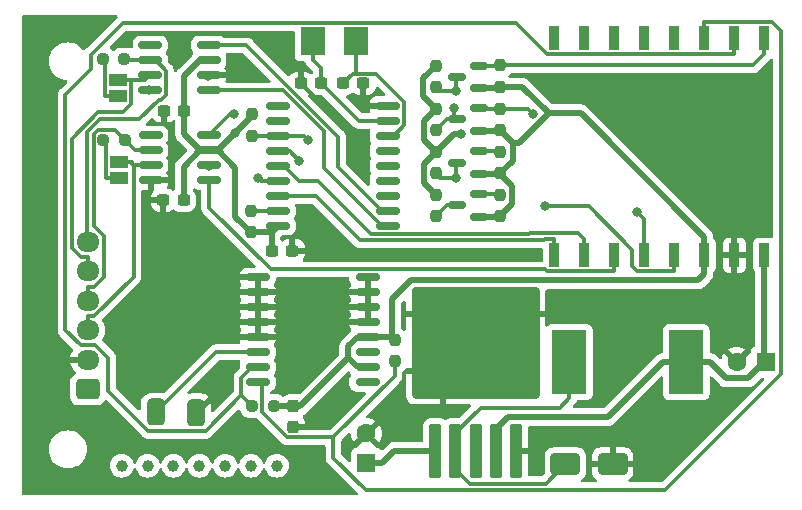
<source format=gbr>
%TF.GenerationSoftware,KiCad,Pcbnew,7.0.6*%
%TF.CreationDate,2023-11-27T09:51:19+01:00*%
%TF.ProjectId,PSACANBridgeHW_v14,50534143-414e-4427-9269-64676548575f,rev?*%
%TF.SameCoordinates,Original*%
%TF.FileFunction,Copper,L1,Top*%
%TF.FilePolarity,Positive*%
%FSLAX46Y46*%
G04 Gerber Fmt 4.6, Leading zero omitted, Abs format (unit mm)*
G04 Created by KiCad (PCBNEW 7.0.6) date 2023-11-27 09:51:19*
%MOMM*%
%LPD*%
G01*
G04 APERTURE LIST*
G04 Aperture macros list*
%AMRoundRect*
0 Rectangle with rounded corners*
0 $1 Rounding radius*
0 $2 $3 $4 $5 $6 $7 $8 $9 X,Y pos of 4 corners*
0 Add a 4 corners polygon primitive as box body*
4,1,4,$2,$3,$4,$5,$6,$7,$8,$9,$2,$3,0*
0 Add four circle primitives for the rounded corners*
1,1,$1+$1,$2,$3*
1,1,$1+$1,$4,$5*
1,1,$1+$1,$6,$7*
1,1,$1+$1,$8,$9*
0 Add four rect primitives between the rounded corners*
20,1,$1+$1,$2,$3,$4,$5,0*
20,1,$1+$1,$4,$5,$6,$7,0*
20,1,$1+$1,$6,$7,$8,$9,0*
20,1,$1+$1,$8,$9,$2,$3,0*%
G04 Aperture macros list end*
%TA.AperFunction,SMDPad,CuDef*%
%ADD10C,1.000000*%
%TD*%
%TA.AperFunction,SMDPad,CuDef*%
%ADD11RoundRect,0.237500X-0.300000X-0.237500X0.300000X-0.237500X0.300000X0.237500X-0.300000X0.237500X0*%
%TD*%
%TA.AperFunction,SMDPad,CuDef*%
%ADD12RoundRect,0.237500X0.300000X0.237500X-0.300000X0.237500X-0.300000X-0.237500X0.300000X-0.237500X0*%
%TD*%
%TA.AperFunction,ComponentPad*%
%ADD13RoundRect,0.250000X0.725000X-0.600000X0.725000X0.600000X-0.725000X0.600000X-0.725000X-0.600000X0*%
%TD*%
%TA.AperFunction,ComponentPad*%
%ADD14O,1.950000X1.700000*%
%TD*%
%TA.AperFunction,SMDPad,CuDef*%
%ADD15RoundRect,0.237500X0.250000X0.237500X-0.250000X0.237500X-0.250000X-0.237500X0.250000X-0.237500X0*%
%TD*%
%TA.AperFunction,SMDPad,CuDef*%
%ADD16RoundRect,0.237500X0.237500X-0.250000X0.237500X0.250000X-0.237500X0.250000X-0.237500X-0.250000X0*%
%TD*%
%TA.AperFunction,SMDPad,CuDef*%
%ADD17RoundRect,0.237500X-0.237500X0.250000X-0.237500X-0.250000X0.237500X-0.250000X0.237500X0.250000X0*%
%TD*%
%TA.AperFunction,SMDPad,CuDef*%
%ADD18R,0.900000X2.000000*%
%TD*%
%TA.AperFunction,SMDPad,CuDef*%
%ADD19RoundRect,0.150000X0.587500X0.150000X-0.587500X0.150000X-0.587500X-0.150000X0.587500X-0.150000X0*%
%TD*%
%TA.AperFunction,SMDPad,CuDef*%
%ADD20RoundRect,0.150000X0.825000X0.150000X-0.825000X0.150000X-0.825000X-0.150000X0.825000X-0.150000X0*%
%TD*%
%TA.AperFunction,SMDPad,CuDef*%
%ADD21RoundRect,0.237500X0.237500X-0.300000X0.237500X0.300000X-0.237500X0.300000X-0.237500X-0.300000X0*%
%TD*%
%TA.AperFunction,SMDPad,CuDef*%
%ADD22RoundRect,0.250000X0.300000X-2.050000X0.300000X2.050000X-0.300000X2.050000X-0.300000X-2.050000X0*%
%TD*%
%TA.AperFunction,SMDPad,CuDef*%
%ADD23RoundRect,0.250000X2.375000X-2.025000X2.375000X2.025000X-2.375000X2.025000X-2.375000X-2.025000X0*%
%TD*%
%TA.AperFunction,SMDPad,CuDef*%
%ADD24RoundRect,0.250002X5.149998X-4.449998X5.149998X4.449998X-5.149998X4.449998X-5.149998X-4.449998X0*%
%TD*%
%TA.AperFunction,SMDPad,CuDef*%
%ADD25R,2.900000X5.400000*%
%TD*%
%TA.AperFunction,SMDPad,CuDef*%
%ADD26RoundRect,0.150000X0.875000X0.150000X-0.875000X0.150000X-0.875000X-0.150000X0.875000X-0.150000X0*%
%TD*%
%TA.AperFunction,SMDPad,CuDef*%
%ADD27R,2.000000X2.400000*%
%TD*%
%TA.AperFunction,SMDPad,CuDef*%
%ADD28RoundRect,0.381000X0.381000X-0.762000X0.381000X0.762000X-0.381000X0.762000X-0.381000X-0.762000X0*%
%TD*%
%TA.AperFunction,ComponentPad*%
%ADD29R,1.600000X1.600000*%
%TD*%
%TA.AperFunction,ComponentPad*%
%ADD30C,1.600000*%
%TD*%
%TA.AperFunction,SMDPad,CuDef*%
%ADD31R,1.500000X1.000000*%
%TD*%
%TA.AperFunction,SMDPad,CuDef*%
%ADD32RoundRect,0.250000X-1.000000X-0.650000X1.000000X-0.650000X1.000000X0.650000X-1.000000X0.650000X0*%
%TD*%
%TA.AperFunction,ViaPad*%
%ADD33C,0.800000*%
%TD*%
%TA.AperFunction,Conductor*%
%ADD34C,0.300000*%
%TD*%
%TA.AperFunction,Conductor*%
%ADD35C,0.500000*%
%TD*%
G04 APERTURE END LIST*
D10*
%TO.P,REF\u002A\u002A,1*%
%TO.N,N/C*%
X133574367Y-154025600D03*
%TD*%
%TO.P,REF\u002A\u002A,1*%
%TO.N,N/C*%
X131385732Y-154025600D03*
%TD*%
%TO.P,REF\u002A\u002A,1*%
%TO.N,N/C*%
X129197099Y-154025600D03*
%TD*%
%TO.P,REF\u002A\u002A,1*%
%TO.N,N/C*%
X127008466Y-154025600D03*
%TD*%
%TO.P,REF\u002A\u002A,1*%
%TO.N,N/C*%
X124819833Y-154025600D03*
%TD*%
%TO.P,REF\u002A\u002A,1*%
%TO.N,N/C*%
X122631200Y-154025600D03*
%TD*%
%TO.P,REF\u002A\u002A,1*%
%TO.N,N/C*%
X120442567Y-154025600D03*
%TD*%
D11*
%TO.P,C1,1*%
%TO.N,Net-(U3-OSC2)*%
X139165900Y-121666000D03*
%TO.P,C1,2*%
%TO.N,GNDD*%
X140890900Y-121666000D03*
%TD*%
D12*
%TO.P,C2,1*%
%TO.N,Net-(U3-OSC1)*%
X137334900Y-121666000D03*
%TO.P,C2,2*%
%TO.N,GNDD*%
X135609900Y-121666000D03*
%TD*%
D11*
%TO.P,C6,1*%
%TO.N,GNDD*%
X123950100Y-131546600D03*
%TO.P,C6,2*%
%TO.N,5V*%
X125675100Y-131546600D03*
%TD*%
D13*
%TO.P,J2,1,Pin_1*%
%TO.N,/+12V*%
X117557500Y-147574000D03*
D14*
%TO.P,J2,2,Pin_2*%
%TO.N,GNDD*%
X117557500Y-145074000D03*
%TO.P,J2,3,Pin_3*%
%TO.N,/CAN1_H*%
X117557500Y-142574000D03*
%TO.P,J2,4,Pin_4*%
%TO.N,/CAN1_L*%
X117557500Y-140074000D03*
%TO.P,J2,5,Pin_5*%
%TO.N,/CAN2_H*%
X117557500Y-137574000D03*
%TO.P,J2,6,Pin_6*%
%TO.N,/CAN2_L*%
X117557500Y-135074000D03*
%TD*%
D15*
%TO.P,R10,1*%
%TO.N,/CAN1_L*%
X120721300Y-126466600D03*
%TO.P,R10,2*%
%TO.N,Net-(JP2-A)*%
X118896300Y-126466600D03*
%TD*%
D16*
%TO.P,R5,1*%
%TO.N,/3V3*%
X152481100Y-121971600D03*
%TO.P,R5,2*%
%TO.N,/MISO_R*%
X152481100Y-120146600D03*
%TD*%
%TO.P,R6,1*%
%TO.N,/3V3*%
X152481100Y-125637800D03*
%TO.P,R6,2*%
%TO.N,/CAN_RX_R*%
X152481100Y-123812800D03*
%TD*%
D17*
%TO.P,R8,1*%
%TO.N,5V*%
X147031100Y-123812800D03*
%TO.P,R8,2*%
%TO.N,/CAN_RX*%
X147031100Y-125637800D03*
%TD*%
D16*
%TO.P,R11,1*%
%TO.N,/3V3*%
X152481100Y-129278400D03*
%TO.P,R11,2*%
%TO.N,/IRQ_R*%
X152481100Y-127453400D03*
%TD*%
%TO.P,R12,1*%
%TO.N,/3V3*%
X152481100Y-132919100D03*
%TO.P,R12,2*%
%TO.N,Net-(Q4-S)*%
X152481100Y-131094100D03*
%TD*%
D17*
%TO.P,R13,1*%
%TO.N,5V*%
X147031100Y-127453400D03*
%TO.P,R13,2*%
%TO.N,/IRQ*%
X147031100Y-129278400D03*
%TD*%
%TO.P,R14,1*%
%TO.N,5V*%
X147031100Y-131094100D03*
%TO.P,R14,2*%
%TO.N,Net-(Q4-D)*%
X147031100Y-132919100D03*
%TD*%
D12*
%TO.P,C4,1*%
%TO.N,GNDD*%
X134896500Y-135839200D03*
%TO.P,C4,2*%
%TO.N,5V*%
X133171500Y-135839200D03*
%TD*%
D17*
%TO.P,R3,1*%
%TO.N,Net-(U3-~{RESET})*%
X131367000Y-132437500D03*
%TO.P,R3,2*%
%TO.N,5V*%
X131367000Y-134262500D03*
%TD*%
D16*
%TO.P,R4,1*%
%TO.N,/IRQ*%
X131443200Y-126109100D03*
%TO.P,R4,2*%
%TO.N,5V*%
X131443200Y-124284100D03*
%TD*%
D18*
%TO.P,U1,1,5*%
%TO.N,/MISO_R*%
X174854600Y-117837200D03*
%TO.P,U1,2,6*%
%TO.N,/RX2*%
X172314600Y-117837200D03*
%TO.P,U1,3,7*%
%TO.N,/TX2*%
X169774600Y-117837200D03*
%TO.P,U1,4,8*%
%TO.N,unconnected-(U1-8-Pad4)*%
X167234600Y-117837200D03*
%TO.P,U1,5,9*%
%TO.N,unconnected-(U1-9-Pad5)*%
X164694600Y-117837200D03*
%TO.P,U1,6,10*%
%TO.N,unconnected-(U1-10-Pad6)*%
X162154600Y-117837200D03*
%TO.P,U1,7,20*%
%TO.N,unconnected-(U1-20-Pad7)*%
X159614600Y-117837200D03*
%TO.P,U1,8,21*%
%TO.N,unconnected-(U1-21-Pad8)*%
X157074600Y-117837200D03*
%TO.P,U1,9,5V*%
%TO.N,5V*%
X174844600Y-136223200D03*
%TO.P,U1,10,GND*%
%TO.N,GNDD*%
X172304600Y-136223200D03*
%TO.P,U1,11,3V3*%
%TO.N,/3V3*%
X169764600Y-136223200D03*
%TO.P,U1,12,4*%
%TO.N,/SCK*%
X167224600Y-136223200D03*
%TO.P,U1,13,3*%
%TO.N,/CAN_RX_R*%
X164684600Y-136223200D03*
%TO.P,U1,14,2*%
%TO.N,/CAN_TX*%
X162144600Y-136223200D03*
%TO.P,U1,15,1*%
%TO.N,/MOSI*%
X159604600Y-136223200D03*
%TO.P,U1,16,0*%
%TO.N,/CS_CAN*%
X157064600Y-136223200D03*
%TD*%
D19*
%TO.P,Q2,1,G*%
%TO.N,/3V3*%
X150693600Y-125671600D03*
%TO.P,Q2,2,S*%
%TO.N,/CAN_RX_R*%
X150693600Y-123771600D03*
%TO.P,Q2,3,D*%
%TO.N,/CAN_RX*%
X148818600Y-124721600D03*
%TD*%
D20*
%TO.P,U4,8,STB*%
%TO.N,GNDD*%
X122859800Y-122250200D03*
%TO.P,U4,7,CANH*%
%TO.N,/CAN2_H*%
X122859800Y-120980200D03*
%TO.P,U4,6,CANL*%
%TO.N,/CAN2_L*%
X122859800Y-119710200D03*
%TO.P,U4,5,SPLIT*%
%TO.N,unconnected-(U4-SPLIT-Pad5)*%
X122859800Y-118440200D03*
%TO.P,U4,4,RXD*%
%TO.N,Net-(U3-RXCAN)*%
X127809800Y-118440200D03*
%TO.P,U4,3,VCC*%
%TO.N,5V*%
X127809800Y-119710200D03*
%TO.P,U4,2,GND*%
%TO.N,GNDD*%
X127809800Y-120980200D03*
%TO.P,U4,1,TXD*%
%TO.N,Net-(U3-TXCAN)*%
X127809800Y-122250200D03*
%TD*%
D21*
%TO.P,C3,1*%
%TO.N,GNDD*%
X134964800Y-150743500D03*
%TO.P,C3,2*%
%TO.N,/3V3*%
X134964800Y-149018500D03*
%TD*%
D22*
%TO.P,U6,1,VIN*%
%TO.N,/+12V*%
X146997000Y-152781000D03*
%TO.P,U6,2,OUT*%
%TO.N,Net-(D1-K)*%
X148697000Y-152781000D03*
%TO.P,U6,3,GND*%
%TO.N,GNDD*%
X150397000Y-152781000D03*
D23*
X147622000Y-146056000D03*
X153172000Y-146056000D03*
D24*
X150397000Y-143631000D03*
D23*
X147622000Y-141206000D03*
X153172000Y-141206000D03*
D22*
%TO.P,U6,4,FB*%
%TO.N,5V*%
X152097000Y-152781000D03*
%TO.P,U6,5,~{ON}/OFF*%
%TO.N,GNDD*%
X153797000Y-152781000D03*
%TD*%
D25*
%TO.P,L1,1,1*%
%TO.N,5V*%
X168246600Y-145262600D03*
%TO.P,L1,2,2*%
%TO.N,Net-(D1-K)*%
X158346600Y-145262600D03*
%TD*%
D11*
%TO.P,C5,1*%
%TO.N,GNDD*%
X124015100Y-123977400D03*
%TO.P,C5,2*%
%TO.N,5V*%
X125740100Y-123977400D03*
%TD*%
D26*
%TO.P,U2,1,32KHZ*%
%TO.N,unconnected-(U2-32KHZ-Pad1)*%
X141251200Y-146964400D03*
%TO.P,U2,2,VCC*%
%TO.N,/3V3*%
X141251200Y-145694400D03*
%TO.P,U2,3,~{INT}/SQW*%
%TO.N,unconnected-(U2-~{INT}{slash}SQW-Pad3)*%
X141251200Y-144424400D03*
%TO.P,U2,4,~{RST}*%
%TO.N,/3V3*%
X141251200Y-143154400D03*
%TO.P,U2,5,GND*%
%TO.N,GNDD*%
X141251200Y-141884400D03*
%TO.P,U2,6,GND*%
X141251200Y-140614400D03*
%TO.P,U2,7,GND*%
X141251200Y-139344400D03*
%TO.P,U2,8,GND*%
X141251200Y-138074400D03*
%TO.P,U2,9,GND*%
X131951200Y-138074400D03*
%TO.P,U2,10,GND*%
X131951200Y-139344400D03*
%TO.P,U2,11,GND*%
X131951200Y-140614400D03*
%TO.P,U2,12,GND*%
X131951200Y-141884400D03*
%TO.P,U2,13,GND*%
X131951200Y-143154400D03*
%TO.P,U2,14,VBAT*%
%TO.N,/VBAT*%
X131951200Y-144424400D03*
%TO.P,U2,15,SDA*%
%TO.N,/RX2*%
X131951200Y-145694400D03*
%TO.P,U2,16,SCL*%
%TO.N,/TX2*%
X131951200Y-146964400D03*
%TD*%
D19*
%TO.P,Q3,1,G*%
%TO.N,/3V3*%
X150693600Y-129321600D03*
%TO.P,Q3,2,S*%
%TO.N,/IRQ_R*%
X150693600Y-127421600D03*
%TO.P,Q3,3,D*%
%TO.N,/IRQ*%
X148818600Y-128371600D03*
%TD*%
D27*
%TO.P,Y1,1,1*%
%TO.N,Net-(U3-OSC1)*%
X136593700Y-118096800D03*
%TO.P,Y1,2,2*%
%TO.N,Net-(U3-OSC2)*%
X140293700Y-118096800D03*
%TD*%
D19*
%TO.P,Q1,1,G*%
%TO.N,/3V3*%
X150693600Y-122071600D03*
%TO.P,Q1,2,S*%
%TO.N,/MISO_R*%
X150693600Y-120171600D03*
%TO.P,Q1,3,D*%
%TO.N,/MISO*%
X148818600Y-121121600D03*
%TD*%
D26*
%TO.P,U3,18,VDD*%
%TO.N,5V*%
X133653000Y-133731000D03*
%TO.P,U3,17,~{RESET}*%
%TO.N,Net-(U3-~{RESET})*%
X133653000Y-132461000D03*
%TO.P,U3,16,~{CS}*%
%TO.N,/CS_CAN*%
X133653000Y-131191000D03*
%TO.P,U3,15,SO*%
%TO.N,/MISO*%
X133653000Y-129921000D03*
%TO.P,U3,14,SI*%
%TO.N,/MOSI*%
X133653000Y-128651000D03*
%TO.P,U3,13,SCK*%
%TO.N,/SCK*%
X133653000Y-127381000D03*
%TO.P,U3,12,~{INT}*%
%TO.N,/IRQ*%
X133653000Y-126111000D03*
%TO.P,U3,11,~{RX0BF}*%
%TO.N,unconnected-(U3-~{RX0BF}-Pad11)*%
X133653000Y-124841000D03*
%TO.P,U3,10,~{RX1BF}*%
%TO.N,unconnected-(U3-~{RX1BF}-Pad10)*%
X133653000Y-123571000D03*
%TO.P,U3,9,VSS*%
%TO.N,GNDD*%
X142953000Y-123571000D03*
%TO.P,U3,8,OSC1*%
%TO.N,Net-(U3-OSC1)*%
X142953000Y-124841000D03*
%TO.P,U3,7,OSC2*%
%TO.N,Net-(U3-OSC2)*%
X142953000Y-126111000D03*
%TO.P,U3,6,~{TX2RTS}*%
%TO.N,unconnected-(U3-~{TX2RTS}-Pad6)*%
X142953000Y-127381000D03*
%TO.P,U3,5,~{TX1RTS}*%
%TO.N,unconnected-(U3-~{TX1RTS}-Pad5)*%
X142953000Y-128651000D03*
%TO.P,U3,4,~{TX0RTS}*%
%TO.N,unconnected-(U3-~{TX0RTS}-Pad4)*%
X142953000Y-129921000D03*
%TO.P,U3,3,CLKOUT/SOF*%
%TO.N,unconnected-(U3-CLKOUT{slash}SOF-Pad3)*%
X142953000Y-131191000D03*
%TO.P,U3,2,RXCAN*%
%TO.N,Net-(U3-RXCAN)*%
X142953000Y-132461000D03*
%TO.P,U3,1,TXCAN*%
%TO.N,Net-(U3-TXCAN)*%
X142953000Y-133731000D03*
%TD*%
D28*
%TO.P,J1,1,Pin_1*%
%TO.N,/VBAT*%
X123321800Y-149518700D03*
%TO.P,J1,2,Pin_2*%
%TO.N,GNDD*%
X126750800Y-149569500D03*
%TD*%
D17*
%TO.P,R7,1*%
%TO.N,5V*%
X147031100Y-120159100D03*
%TO.P,R7,2*%
%TO.N,/MISO*%
X147031100Y-121984100D03*
%TD*%
D29*
%TO.P,C8,1*%
%TO.N,5V*%
X175000000Y-145262600D03*
D30*
%TO.P,C8,2*%
%TO.N,GNDD*%
X172500000Y-145262600D03*
%TD*%
D31*
%TO.P,JP1,1,A*%
%TO.N,Net-(JP1-A)*%
X120134800Y-122698200D03*
%TO.P,JP1,2,B*%
%TO.N,/CAN2_H*%
X120134800Y-121398200D03*
%TD*%
D17*
%TO.P,R2,1*%
%TO.N,/3V3*%
X143535400Y-143359500D03*
%TO.P,R2,2*%
%TO.N,/TX2*%
X143535400Y-145184500D03*
%TD*%
D15*
%TO.P,R9,1*%
%TO.N,/CAN2_L*%
X120640900Y-119620200D03*
%TO.P,R9,2*%
%TO.N,Net-(JP1-A)*%
X118815900Y-119620200D03*
%TD*%
D31*
%TO.P,JP2,1,A*%
%TO.N,Net-(JP2-A)*%
X120215200Y-129646200D03*
%TO.P,JP2,2,B*%
%TO.N,/CAN1_H*%
X120215200Y-128346200D03*
%TD*%
D29*
%TO.P,C7,1*%
%TO.N,/+12V*%
X141147800Y-153807800D03*
D30*
%TO.P,C7,2*%
%TO.N,GNDD*%
X141147800Y-151307800D03*
%TD*%
D32*
%TO.P,D1,1,K*%
%TO.N,Net-(D1-K)*%
X157994600Y-153898600D03*
%TO.P,D1,2,A*%
%TO.N,GNDD*%
X161994600Y-153898600D03*
%TD*%
D19*
%TO.P,Q4,1,G*%
%TO.N,/3V3*%
X150693600Y-132946600D03*
%TO.P,Q4,2,S*%
%TO.N,Net-(Q4-S)*%
X150693600Y-131046600D03*
%TO.P,Q4,3,D*%
%TO.N,Net-(Q4-D)*%
X148818600Y-131996600D03*
%TD*%
D15*
%TO.P,R1,1*%
%TO.N,/3V3*%
X133297300Y-148971000D03*
%TO.P,R1,2*%
%TO.N,/RX2*%
X131472300Y-148971000D03*
%TD*%
D20*
%TO.P,U5,8,STB*%
%TO.N,GNDD*%
X122885200Y-129870200D03*
%TO.P,U5,7,CANH*%
%TO.N,/CAN1_H*%
X122885200Y-128600200D03*
%TO.P,U5,6,CANL*%
%TO.N,/CAN1_L*%
X122885200Y-127330200D03*
%TO.P,U5,5,SPLIT*%
%TO.N,unconnected-(U5-SPLIT-Pad5)*%
X122885200Y-126060200D03*
%TO.P,U5,4,RXD*%
%TO.N,/CAN_RX*%
X127835200Y-126060200D03*
%TO.P,U5,3,VCC*%
%TO.N,5V*%
X127835200Y-127330200D03*
%TO.P,U5,2,GND*%
%TO.N,GNDD*%
X127835200Y-128600200D03*
%TO.P,U5,1,TXD*%
%TO.N,/CAN_TX*%
X127835200Y-129870200D03*
%TD*%
D33*
%TO.N,GNDD*%
X137439400Y-123494800D03*
X140868400Y-123494800D03*
X126695200Y-149631400D03*
X134848600Y-135839200D03*
X141274800Y-139369800D03*
X135559800Y-121462800D03*
X127736600Y-121031000D03*
X138201400Y-149910800D03*
X127812800Y-128625600D03*
X153797000Y-152781000D03*
X150469600Y-152781000D03*
X124028200Y-123952000D03*
X122758200Y-122224800D03*
%TO.N,/CAN_RX_R*%
X155219800Y-124228900D03*
X164045100Y-132523900D03*
%TO.N,/IRQ*%
X136224300Y-126482300D03*
X148731300Y-129641300D03*
%TO.N,/CAN_RX*%
X129918500Y-124299200D03*
X148610300Y-123789900D03*
%TO.N,/MISO*%
X131939000Y-129653500D03*
X148731300Y-122290500D03*
%TO.N,/SCK*%
X135488300Y-128221700D03*
X156239300Y-132074700D03*
%TO.N,5V*%
X149152900Y-125953400D03*
X130053100Y-125830100D03*
%TD*%
D34*
%TO.N,GNDD*%
X135559800Y-121462800D02*
X135559800Y-121615200D01*
X135559800Y-121615200D02*
X137439400Y-123494800D01*
%TO.N,Net-(U3-RXCAN)*%
X130998900Y-118440200D02*
X127809800Y-118440200D01*
X138746800Y-126188100D02*
X130998900Y-118440200D01*
X138746800Y-128754300D02*
X138746800Y-126188100D01*
X142453500Y-132461000D02*
X138746800Y-128754300D01*
X142953000Y-132461000D02*
X142453500Y-132461000D01*
%TO.N,Net-(U3-TXCAN)*%
X134086500Y-122250200D02*
X127809800Y-122250200D01*
X137542100Y-125705800D02*
X134086500Y-122250200D01*
X137542100Y-128791700D02*
X137542100Y-125705800D01*
X142481400Y-133731000D02*
X137542100Y-128791700D01*
X142953000Y-133731000D02*
X142481400Y-133731000D01*
%TO.N,Net-(U3-~{RESET})*%
X133629500Y-132437500D02*
X131367000Y-132437500D01*
X133653000Y-132461000D02*
X133629500Y-132437500D01*
%TO.N,Net-(JP2-A)*%
X119113300Y-126683600D02*
X118896300Y-126466600D01*
X119113300Y-129646200D02*
X119113300Y-126683600D01*
X120215200Y-129646200D02*
X119113300Y-129646200D01*
%TO.N,Net-(D1-K)*%
X157530900Y-149130200D02*
X158346600Y-148314500D01*
X150833900Y-149130200D02*
X157530900Y-149130200D01*
X148697000Y-151267100D02*
X150833900Y-149130200D01*
X148697000Y-152781000D02*
X148697000Y-151267100D01*
X158346600Y-145262600D02*
X158346600Y-148314500D01*
X148697000Y-154289300D02*
X148697000Y-152781000D01*
X149969000Y-155561300D02*
X148697000Y-154289300D01*
X156331900Y-155561300D02*
X149969000Y-155561300D01*
X157994600Y-153898600D02*
X156331900Y-155561300D01*
%TO.N,Net-(U3-OSC1)*%
X136593700Y-118096800D02*
X136593700Y-119648700D01*
X137334900Y-120389900D02*
X136593700Y-119648700D01*
X137334900Y-121666000D02*
X137334900Y-120389900D01*
X140509900Y-124841000D02*
X137334900Y-121666000D01*
X142953000Y-124841000D02*
X140509900Y-124841000D01*
%TO.N,Net-(U3-OSC2)*%
X140293700Y-118096800D02*
X140293700Y-120838200D01*
X141958800Y-120838200D02*
X140293700Y-120838200D01*
X144360900Y-123240300D02*
X141958800Y-120838200D01*
X144360900Y-125210700D02*
X144360900Y-123240300D01*
X143460600Y-126111000D02*
X144360900Y-125210700D01*
X142953000Y-126111000D02*
X143460600Y-126111000D01*
X139993700Y-120838200D02*
X139165900Y-121666000D01*
X140293700Y-120838200D02*
X139993700Y-120838200D01*
%TO.N,Net-(JP1-A)*%
X119032900Y-119837200D02*
X118815900Y-119620200D01*
X119032900Y-122698200D02*
X119032900Y-119837200D01*
X120134800Y-122698200D02*
X119032900Y-122698200D01*
%TO.N,/VBAT*%
X128416100Y-144424400D02*
X131951200Y-144424400D01*
X123321800Y-149518700D02*
X128416100Y-144424400D01*
%TO.N,Net-(Q4-D)*%
X147953600Y-131996600D02*
X147031100Y-132919100D01*
X148818600Y-131996600D02*
X147953600Y-131996600D01*
%TO.N,Net-(Q4-S)*%
X152433600Y-131046600D02*
X152481100Y-131094100D01*
X150693600Y-131046600D02*
X152433600Y-131046600D01*
%TO.N,/RX2*%
X130569400Y-148068100D02*
X131472300Y-148971000D01*
X130569400Y-146585100D02*
X130569400Y-148068100D01*
X131460100Y-145694400D02*
X130569400Y-146585100D01*
X131951200Y-145694400D02*
X131460100Y-145694400D01*
X156478800Y-119189100D02*
X172314600Y-119189100D01*
X153834600Y-116544900D02*
X156478800Y-119189100D01*
X120541100Y-116544900D02*
X153834600Y-116544900D01*
X117865700Y-119220300D02*
X120541100Y-116544900D01*
X117865700Y-120465000D02*
X117865700Y-119220300D01*
X115677600Y-122653100D02*
X117865700Y-120465000D01*
X115677600Y-142551900D02*
X115677600Y-122653100D01*
X116949700Y-143824000D02*
X115677600Y-142551900D01*
X118204900Y-143824000D02*
X116949700Y-143824000D01*
X119295700Y-144914800D02*
X118204900Y-143824000D01*
X119295700Y-147711700D02*
X119295700Y-144914800D01*
X122685500Y-151101500D02*
X119295700Y-147711700D01*
X127536000Y-151101500D02*
X122685500Y-151101500D01*
X130569400Y-148068100D02*
X127536000Y-151101500D01*
X172314600Y-117837200D02*
X172314600Y-119189100D01*
%TO.N,/TX2*%
X169774600Y-117837200D02*
X169774600Y-116485300D01*
X175528600Y-116485300D02*
X169774600Y-116485300D01*
X176251900Y-117208600D02*
X175528600Y-116485300D01*
X176251900Y-146261300D02*
X176251900Y-117208600D01*
X166431700Y-156081500D02*
X176251900Y-146261300D01*
X141095200Y-156081500D02*
X166431700Y-156081500D01*
X138358300Y-153344600D02*
X141095200Y-156081500D01*
X138358300Y-151644600D02*
X138358300Y-153344600D01*
X134472400Y-151644600D02*
X138358300Y-151644600D01*
X132314000Y-149486200D02*
X134472400Y-151644600D01*
X132314000Y-147327200D02*
X132314000Y-149486200D01*
X131951200Y-146964400D02*
X132314000Y-147327200D01*
X143535400Y-146467500D02*
X143535400Y-145184500D01*
X138358300Y-151644600D02*
X143535400Y-146467500D01*
%TO.N,/CS_CAN*%
X157064600Y-136223200D02*
X157064600Y-134871300D01*
X156262700Y-134871300D02*
X157064600Y-134871300D01*
X156178100Y-134955900D02*
X156262700Y-134871300D01*
X140654200Y-134955900D02*
X156178100Y-134955900D01*
X136889300Y-131191000D02*
X140654200Y-134955900D01*
X133653000Y-131191000D02*
X136889300Y-131191000D01*
%TO.N,/CAN1_H*%
X117557500Y-142574000D02*
X117557500Y-141372100D01*
X121437400Y-128600200D02*
X122885200Y-128600200D01*
X121317100Y-128479900D02*
X121437400Y-128600200D01*
X121317100Y-128346200D02*
X121317100Y-128479900D01*
X118102700Y-141372100D02*
X117557500Y-141372100D01*
X121437400Y-138037400D02*
X118102700Y-141372100D01*
X121437400Y-128600200D02*
X121437400Y-138037400D01*
X120215200Y-128346200D02*
X121317100Y-128346200D01*
%TO.N,/CAN1_L*%
X121584900Y-127330200D02*
X120721300Y-126466600D01*
X122885200Y-127330200D02*
X121584900Y-127330200D01*
X117557500Y-140074000D02*
X117557500Y-138872100D01*
X119871300Y-125616600D02*
X120721300Y-126466600D01*
X118422500Y-125616600D02*
X119871300Y-125616600D01*
X118051500Y-125987600D02*
X118422500Y-125616600D01*
X118051500Y-133743200D02*
X118051500Y-125987600D01*
X118917100Y-134608800D02*
X118051500Y-133743200D01*
X118917100Y-138057700D02*
X118917100Y-134608800D01*
X118102700Y-138872100D02*
X118917100Y-138057700D01*
X117557500Y-138872100D02*
X118102700Y-138872100D01*
%TO.N,/CAN2_H*%
X117557500Y-137574000D02*
X117557500Y-136372100D01*
X120134800Y-121398200D02*
X121236700Y-121398200D01*
X122441800Y-121398200D02*
X122859800Y-120980200D01*
X121236700Y-121398200D02*
X122441800Y-121398200D01*
X121236700Y-123378100D02*
X121236700Y-121398200D01*
X120525700Y-124089100D02*
X121236700Y-123378100D01*
X118464100Y-124089100D02*
X120525700Y-124089100D01*
X116195000Y-126358200D02*
X118464100Y-124089100D01*
X116195000Y-135610600D02*
X116195000Y-126358200D01*
X116956500Y-136372100D02*
X116195000Y-135610600D01*
X117557500Y-136372100D02*
X116956500Y-136372100D01*
%TO.N,/CAN2_L*%
X120730900Y-119710200D02*
X122859800Y-119710200D01*
X120640900Y-119620200D02*
X120730900Y-119710200D01*
X123312300Y-119710200D02*
X122859800Y-119710200D01*
X124191500Y-120589400D02*
X123312300Y-119710200D01*
X124191500Y-122659900D02*
X124191500Y-120589400D01*
X123800300Y-123051100D02*
X124191500Y-122659900D01*
X123569000Y-123051100D02*
X123800300Y-123051100D01*
X121922000Y-124698100D02*
X123569000Y-123051100D01*
X118598100Y-124698100D02*
X121922000Y-124698100D01*
X117481100Y-125815100D02*
X118598100Y-124698100D01*
X117481100Y-134997600D02*
X117481100Y-125815100D01*
X117557500Y-135074000D02*
X117481100Y-134997600D01*
%TO.N,/IRQ_R*%
X152449300Y-127421600D02*
X152481100Y-127453400D01*
X150693600Y-127421600D02*
X152449300Y-127421600D01*
%TO.N,/CAN_RX_R*%
X150734800Y-123812800D02*
X152481100Y-123812800D01*
X150693600Y-123771600D02*
X150734800Y-123812800D01*
X154803700Y-123812800D02*
X155219800Y-124228900D01*
X152481100Y-123812800D02*
X154803700Y-123812800D01*
X164684600Y-133163400D02*
X164684600Y-136223200D01*
X164045100Y-132523900D02*
X164684600Y-133163400D01*
%TO.N,/MISO_R*%
X174854600Y-117837200D02*
X174854600Y-119189100D01*
X152456100Y-120171600D02*
X152481100Y-120146600D01*
X150693600Y-120171600D02*
X152456100Y-120171600D01*
X173897100Y-120146600D02*
X174854600Y-119189100D01*
X152481100Y-120146600D02*
X173897100Y-120146600D01*
%TO.N,/IRQ*%
X131445100Y-126111000D02*
X133653000Y-126111000D01*
X131443200Y-126109100D02*
X131445100Y-126111000D01*
X135853000Y-126111000D02*
X136224300Y-126482300D01*
X133653000Y-126111000D02*
X135853000Y-126111000D01*
X147394000Y-129641300D02*
X147031100Y-129278400D01*
X148731300Y-129641300D02*
X147394000Y-129641300D01*
X148731300Y-128458900D02*
X148818600Y-128371600D01*
X148731300Y-129641300D02*
X148731300Y-128458900D01*
%TO.N,/CAN_RX*%
X148610300Y-123789900D02*
X148610300Y-124721600D01*
X148818600Y-124721600D02*
X148610300Y-124721600D01*
X147947300Y-124721600D02*
X147031100Y-125637800D01*
X148610300Y-124721600D02*
X147947300Y-124721600D01*
X129596200Y-124299200D02*
X129918500Y-124299200D01*
X127835200Y-126060200D02*
X129596200Y-124299200D01*
%TO.N,/CAN_TX*%
X162144600Y-136223200D02*
X162144600Y-137575100D01*
X156468800Y-137575100D02*
X162144600Y-137575100D01*
X156313400Y-137419700D02*
X156468800Y-137575100D01*
X133046800Y-137419700D02*
X156313400Y-137419700D01*
X127835200Y-132208100D02*
X133046800Y-137419700D01*
X127835200Y-129870200D02*
X127835200Y-132208100D01*
D35*
%TO.N,/3V3*%
X134917300Y-148971000D02*
X134964800Y-149018500D01*
X133297300Y-148971000D02*
X134917300Y-148971000D01*
X135524900Y-149018500D02*
X134964800Y-149018500D01*
X139632300Y-144911100D02*
X135524900Y-149018500D01*
X140415600Y-145694400D02*
X141251200Y-145694400D01*
X139632300Y-144911100D02*
X140415600Y-145694400D01*
X152447300Y-125671600D02*
X152481100Y-125637800D01*
X150693600Y-125671600D02*
X152447300Y-125671600D01*
X152453600Y-132946600D02*
X152481100Y-132919100D01*
X150693600Y-132946600D02*
X152453600Y-132946600D01*
X153511500Y-130395200D02*
X152437900Y-129321600D01*
X153511500Y-131888700D02*
X153511500Y-130395200D01*
X152481100Y-132919100D02*
X153511500Y-131888700D01*
X150693600Y-129321600D02*
X152437900Y-129321600D01*
X152437900Y-129321600D02*
X152481100Y-129278400D01*
X152381100Y-122071600D02*
X152481100Y-121971600D01*
X150693600Y-122071600D02*
X152381100Y-122071600D01*
X153529200Y-128230300D02*
X153529200Y-126685900D01*
X152481100Y-129278400D02*
X153529200Y-128230300D01*
X153529200Y-126685900D02*
X152481100Y-125637800D01*
X154361800Y-121971600D02*
X152481100Y-121971600D01*
X156592600Y-124202400D02*
X154361800Y-121971600D01*
X154109100Y-126685900D02*
X156592600Y-124202400D01*
X153529200Y-126685900D02*
X154109100Y-126685900D01*
X159295700Y-124202400D02*
X169764600Y-134671300D01*
X156592600Y-124202400D02*
X159295700Y-124202400D01*
X140415700Y-143154400D02*
X141251200Y-143154400D01*
X139632300Y-143937800D02*
X140415700Y-143154400D01*
X139632300Y-144911100D02*
X139632300Y-143937800D01*
X169764600Y-135841300D02*
X169764600Y-134671300D01*
X169764600Y-135841300D02*
X169764600Y-136223200D01*
X169764600Y-136223200D02*
X169764600Y-137775100D01*
X169192500Y-138347200D02*
X169764600Y-137775100D01*
X144933000Y-138347200D02*
X169192500Y-138347200D01*
X143330300Y-139949900D02*
X144933000Y-138347200D01*
X143330300Y-143154400D02*
X143330300Y-139949900D01*
X141251200Y-143154400D02*
X143330300Y-143154400D01*
X143330300Y-143154400D02*
X143535400Y-143359500D01*
%TO.N,/+12V*%
X143526500Y-152781000D02*
X146997000Y-152781000D01*
X142499700Y-153807800D02*
X143526500Y-152781000D01*
X141147800Y-153807800D02*
X142499700Y-153807800D01*
D34*
%TO.N,/MISO*%
X132206500Y-129921000D02*
X131939000Y-129653500D01*
X133653000Y-129921000D02*
X132206500Y-129921000D01*
X147337500Y-122290500D02*
X147031100Y-121984100D01*
X148731300Y-122290500D02*
X147337500Y-122290500D01*
X148731300Y-121208900D02*
X148818600Y-121121600D01*
X148731300Y-122290500D02*
X148731300Y-121208900D01*
%TO.N,/SCK*%
X167224600Y-136223200D02*
X167224600Y-137575100D01*
X134647600Y-127381000D02*
X135488300Y-128221700D01*
X133653000Y-127381000D02*
X134647600Y-127381000D01*
X164043300Y-137575100D02*
X167224600Y-137575100D01*
X163619300Y-137151100D02*
X164043300Y-137575100D01*
X163619300Y-135730900D02*
X163619300Y-137151100D01*
X159963100Y-132074700D02*
X163619300Y-135730900D01*
X156239300Y-132074700D02*
X159963100Y-132074700D01*
%TO.N,/MOSI*%
X159065100Y-134331800D02*
X159604600Y-134871300D01*
X155043500Y-134331800D02*
X159065100Y-134331800D01*
X154956600Y-134418700D02*
X155043500Y-134331800D01*
X141578200Y-134418700D02*
X154956600Y-134418700D01*
X137080500Y-129921000D02*
X141578200Y-134418700D01*
X135407000Y-129921000D02*
X137080500Y-129921000D01*
X134137000Y-128651000D02*
X135407000Y-129921000D01*
X133653000Y-128651000D02*
X134137000Y-128651000D01*
X159604600Y-136223200D02*
X159604600Y-134871300D01*
D35*
%TO.N,5V*%
X168246600Y-145262600D02*
X166244700Y-145262600D01*
X168246600Y-145262600D02*
X170248500Y-145262600D01*
X174844600Y-145262600D02*
X175000000Y-145262600D01*
X173484900Y-146622300D02*
X174844600Y-145262600D01*
X171608200Y-146622300D02*
X173484900Y-146622300D01*
X170248500Y-145262600D02*
X171608200Y-146622300D01*
X174844600Y-145262600D02*
X174844600Y-136223200D01*
X127039700Y-119710200D02*
X127809800Y-119710200D01*
X125740100Y-121009800D02*
X127039700Y-119710200D01*
X125740100Y-123977400D02*
X125740100Y-121009800D01*
X125740100Y-125967200D02*
X125740100Y-123977400D01*
X127103100Y-127330200D02*
X125740100Y-125967200D01*
X125675100Y-128758200D02*
X127103100Y-127330200D01*
X125675100Y-131546600D02*
X125675100Y-128758200D01*
X133121500Y-135789200D02*
X133121500Y-134262500D01*
X133171500Y-135839200D02*
X133121500Y-135789200D01*
X133121500Y-134262500D02*
X133653000Y-133731000D01*
X127103100Y-127330200D02*
X127835200Y-127330200D01*
X148531100Y-125953400D02*
X147031100Y-127453400D01*
X149152900Y-125953400D02*
X148531100Y-125953400D01*
X133121500Y-134262500D02*
X131367000Y-134262500D01*
X131443200Y-124440000D02*
X130053100Y-125830100D01*
X131443200Y-124284100D02*
X131443200Y-124440000D01*
X130068300Y-128845500D02*
X128553000Y-127330200D01*
X130068300Y-132963800D02*
X130068300Y-128845500D01*
X131367000Y-134262500D02*
X130068300Y-132963800D01*
X130053100Y-125830100D02*
X128553000Y-127330200D01*
X128553000Y-127330200D02*
X127835200Y-127330200D01*
X161582700Y-149924600D02*
X166244700Y-145262600D01*
X153141700Y-149924600D02*
X161582700Y-149924600D01*
X152097000Y-150969300D02*
X153141700Y-149924600D01*
X152097000Y-152781000D02*
X152097000Y-150969300D01*
X145998300Y-130061300D02*
X147031100Y-131094100D01*
X145998300Y-128486200D02*
X145998300Y-130061300D01*
X147031100Y-127453400D02*
X145998300Y-128486200D01*
X146003300Y-124840600D02*
X147031100Y-123812800D01*
X146003300Y-126425600D02*
X146003300Y-124840600D01*
X147031100Y-127453400D02*
X146003300Y-126425600D01*
X145975100Y-121215100D02*
X147031100Y-120159100D01*
X145975100Y-122756800D02*
X145975100Y-121215100D01*
X147031100Y-123812800D02*
X145975100Y-122756800D01*
%TD*%
%TA.AperFunction,Conductor*%
%TO.N,GNDD*%
G36*
X119964279Y-115885459D02*
G01*
X120032393Y-115905478D01*
X120078872Y-115959145D01*
X120088959Y-116029421D01*
X120061332Y-116091773D01*
X120055402Y-116098942D01*
X120051404Y-116103335D01*
X117461311Y-118693427D01*
X117448565Y-118703640D01*
X117448725Y-118703833D01*
X117442621Y-118708882D01*
X117392754Y-118761985D01*
X117370773Y-118783966D01*
X117366227Y-118789826D01*
X117362377Y-118794332D01*
X117337069Y-118821283D01*
X117275856Y-118857249D01*
X117204916Y-118854412D01*
X117149407Y-118816861D01*
X117013265Y-118657459D01*
X117013263Y-118657457D01*
X117013262Y-118657456D01*
X116821184Y-118493407D01*
X116605809Y-118361425D01*
X116372439Y-118264760D01*
X116372437Y-118264759D01*
X116201387Y-118223694D01*
X116126820Y-118205792D01*
X115875000Y-118185973D01*
X115623180Y-118205792D01*
X115377562Y-118264759D01*
X115144192Y-118361424D01*
X114928817Y-118493406D01*
X114736738Y-118657456D01*
X114572688Y-118849535D01*
X114440706Y-119064910D01*
X114344041Y-119298280D01*
X114299161Y-119485220D01*
X114285074Y-119543898D01*
X114265255Y-119795718D01*
X114285074Y-120047538D01*
X114297503Y-120099307D01*
X114344041Y-120293155D01*
X114439413Y-120523402D01*
X114440707Y-120526527D01*
X114572689Y-120741902D01*
X114736738Y-120933980D01*
X114928816Y-121098029D01*
X115144191Y-121230011D01*
X115377561Y-121326676D01*
X115623180Y-121385644D01*
X115712826Y-121392699D01*
X115779165Y-121417983D01*
X115821305Y-121475121D01*
X115825864Y-121545971D01*
X115792033Y-121607405D01*
X115273211Y-122126227D01*
X115260465Y-122136440D01*
X115260625Y-122136633D01*
X115254521Y-122141682D01*
X115204654Y-122194785D01*
X115182671Y-122216768D01*
X115178127Y-122222625D01*
X115174278Y-122227131D01*
X115140629Y-122262965D01*
X115140627Y-122262967D01*
X115130291Y-122281767D01*
X115119443Y-122298280D01*
X115106299Y-122315226D01*
X115106294Y-122315235D01*
X115086772Y-122360347D01*
X115084160Y-122365677D01*
X115060477Y-122408760D01*
X115060473Y-122408770D01*
X115055141Y-122429536D01*
X115048739Y-122448236D01*
X115040220Y-122467920D01*
X115040219Y-122467924D01*
X115032528Y-122516484D01*
X115031324Y-122522297D01*
X115019099Y-122569910D01*
X115019100Y-122591358D01*
X115017549Y-122611067D01*
X115014194Y-122632250D01*
X115014194Y-122632252D01*
X115018820Y-122681194D01*
X115019100Y-122687127D01*
X115019100Y-142465289D01*
X115017308Y-142481521D01*
X115017558Y-142481545D01*
X115016811Y-142489437D01*
X115019099Y-142562242D01*
X115019099Y-142593330D01*
X115020027Y-142600677D01*
X115020493Y-142606591D01*
X115022037Y-142655729D01*
X115022038Y-142655732D01*
X115028021Y-142676329D01*
X115032028Y-142695680D01*
X115034717Y-142716960D01*
X115034717Y-142716962D01*
X115052816Y-142762678D01*
X115054739Y-142768294D01*
X115068453Y-142815497D01*
X115068453Y-142815498D01*
X115079371Y-142833958D01*
X115088068Y-142851711D01*
X115095964Y-142871655D01*
X115095967Y-142871660D01*
X115113952Y-142896413D01*
X115124865Y-142911432D01*
X115128121Y-142916390D01*
X115152503Y-142957619D01*
X115153147Y-142958707D01*
X115168314Y-142973874D01*
X115181152Y-142988905D01*
X115193758Y-143006256D01*
X115231639Y-143037594D01*
X115236020Y-143041580D01*
X115801698Y-143607258D01*
X116315047Y-144120607D01*
X116349073Y-144182919D01*
X116344008Y-144253734D01*
X116327257Y-144284624D01*
X116271940Y-144359418D01*
X116167869Y-144565834D01*
X116100179Y-144786864D01*
X116095937Y-144820000D01*
X117156102Y-144820000D01*
X117120981Y-144874649D01*
X117082500Y-145005705D01*
X117082500Y-145142295D01*
X117120981Y-145273351D01*
X117156102Y-145328000D01*
X116098061Y-145328000D01*
X116129331Y-145473093D01*
X116215522Y-145687587D01*
X116336727Y-145884435D01*
X116489451Y-146057961D01*
X116489450Y-146057961D01*
X116516974Y-146080184D01*
X116557410Y-146138541D01*
X116559877Y-146209494D01*
X116523591Y-146270518D01*
X116503967Y-146285458D01*
X116358853Y-146374966D01*
X116358841Y-146374975D01*
X116233475Y-146500341D01*
X116233470Y-146500347D01*
X116140385Y-146651262D01*
X116084613Y-146819572D01*
X116084612Y-146819579D01*
X116074000Y-146923446D01*
X116074000Y-148224544D01*
X116084612Y-148328425D01*
X116140385Y-148496738D01*
X116233470Y-148647652D01*
X116233475Y-148647658D01*
X116358841Y-148773024D01*
X116358847Y-148773029D01*
X116358848Y-148773030D01*
X116509762Y-148866115D01*
X116678074Y-148921887D01*
X116781955Y-148932500D01*
X118333044Y-148932499D01*
X118436926Y-148921887D01*
X118605238Y-148866115D01*
X118756152Y-148773030D01*
X118881530Y-148647652D01*
X118957669Y-148524210D01*
X119010454Y-148476734D01*
X119080529Y-148465331D01*
X119145644Y-148493623D01*
X119154004Y-148501264D01*
X122158625Y-151505885D01*
X122168838Y-151518631D01*
X122169031Y-151518472D01*
X122174083Y-151524579D01*
X122174084Y-151524580D01*
X122227185Y-151574445D01*
X122249167Y-151596427D01*
X122249175Y-151596433D01*
X122255017Y-151600965D01*
X122259533Y-151604822D01*
X122295367Y-151638472D01*
X122314169Y-151648808D01*
X122330675Y-151659651D01*
X122347632Y-151672804D01*
X122392769Y-151692337D01*
X122398069Y-151694933D01*
X122441163Y-151718624D01*
X122455450Y-151722292D01*
X122461929Y-151723956D01*
X122480632Y-151730359D01*
X122485386Y-151732416D01*
X122500323Y-151738880D01*
X122548899Y-151746573D01*
X122554691Y-151747773D01*
X122573422Y-151752582D01*
X122602311Y-151760000D01*
X122602312Y-151760000D01*
X122623758Y-151760000D01*
X122643467Y-151761551D01*
X122648007Y-151762269D01*
X122664652Y-151764906D01*
X122702380Y-151761339D01*
X122713594Y-151760280D01*
X122719527Y-151760000D01*
X127449389Y-151760000D01*
X127465620Y-151761791D01*
X127465644Y-151761542D01*
X127473536Y-151762288D01*
X127473536Y-151762287D01*
X127473537Y-151762288D01*
X127546342Y-151760000D01*
X127577432Y-151760000D01*
X127584779Y-151759071D01*
X127590682Y-151758606D01*
X127639831Y-151757062D01*
X127660421Y-151751079D01*
X127679776Y-151747071D01*
X127701064Y-151744382D01*
X127746796Y-151726275D01*
X127752380Y-151724363D01*
X127799600Y-151710645D01*
X127818050Y-151699732D01*
X127835813Y-151691030D01*
X127855756Y-151683135D01*
X127895537Y-151654230D01*
X127900487Y-151650980D01*
X127921637Y-151638472D01*
X127942807Y-151625953D01*
X127957977Y-151610781D01*
X127973005Y-151597947D01*
X127990357Y-151585341D01*
X128021703Y-151547449D01*
X128025671Y-151543087D01*
X130273847Y-149294910D01*
X130336157Y-149260887D01*
X130406972Y-149265951D01*
X130463808Y-149308498D01*
X130484448Y-149353891D01*
X130484574Y-149353850D01*
X130484960Y-149355017D01*
X130486147Y-149357626D01*
X130486734Y-149360370D01*
X130541591Y-149525920D01*
X130633142Y-149674346D01*
X130633147Y-149674352D01*
X130756447Y-149797652D01*
X130756453Y-149797657D01*
X130756454Y-149797658D01*
X130904880Y-149889209D01*
X131070419Y-149944062D01*
X131172587Y-149954500D01*
X131772012Y-149954499D01*
X131784144Y-149953259D01*
X131853944Y-149966230D01*
X131886051Y-149989511D01*
X133945525Y-152048985D01*
X133955738Y-152061731D01*
X133955931Y-152061572D01*
X133960983Y-152067679D01*
X133960984Y-152067680D01*
X134014085Y-152117545D01*
X134036067Y-152139527D01*
X134036075Y-152139533D01*
X134041917Y-152144065D01*
X134046433Y-152147922D01*
X134082267Y-152181572D01*
X134101069Y-152191908D01*
X134117575Y-152202751D01*
X134134532Y-152215904D01*
X134179654Y-152235429D01*
X134184980Y-152238039D01*
X134228059Y-152261723D01*
X134228063Y-152261724D01*
X134248832Y-152267056D01*
X134267534Y-152273459D01*
X134287224Y-152281980D01*
X134335795Y-152289672D01*
X134341589Y-152290871D01*
X134389212Y-152303100D01*
X134410659Y-152303100D01*
X134430367Y-152304650D01*
X134451552Y-152308006D01*
X134489280Y-152304439D01*
X134500494Y-152303380D01*
X134506427Y-152303100D01*
X137573800Y-152303100D01*
X137641921Y-152323102D01*
X137688414Y-152376758D01*
X137699800Y-152429100D01*
X137699800Y-153257989D01*
X137698008Y-153274220D01*
X137698258Y-153274244D01*
X137697511Y-153282136D01*
X137699800Y-153354941D01*
X137699800Y-153386030D01*
X137700727Y-153393376D01*
X137701193Y-153399290D01*
X137702737Y-153448429D01*
X137702738Y-153448432D01*
X137708721Y-153469029D01*
X137712728Y-153488380D01*
X137715417Y-153509660D01*
X137715417Y-153509662D01*
X137733516Y-153555378D01*
X137735439Y-153560994D01*
X137749153Y-153608197D01*
X137749153Y-153608198D01*
X137760071Y-153626658D01*
X137768768Y-153644411D01*
X137776664Y-153664355D01*
X137776667Y-153664360D01*
X137791936Y-153685374D01*
X137805565Y-153704132D01*
X137808821Y-153709090D01*
X137815026Y-153719583D01*
X137833847Y-153751407D01*
X137849014Y-153766574D01*
X137861852Y-153781605D01*
X137874458Y-153798956D01*
X137912339Y-153830294D01*
X137916720Y-153834280D01*
X139192228Y-155109788D01*
X140373759Y-156291319D01*
X140407785Y-156353631D01*
X140402720Y-156424446D01*
X140360173Y-156481282D01*
X140293653Y-156506093D01*
X140284633Y-156506414D01*
X112126469Y-156499548D01*
X112058353Y-156479529D01*
X112011874Y-156425862D01*
X112000500Y-156373548D01*
X112000500Y-152650000D01*
X114265255Y-152650000D01*
X114284820Y-152898599D01*
X114285074Y-152901819D01*
X114344041Y-153147437D01*
X114429993Y-153354942D01*
X114440707Y-153380809D01*
X114572689Y-153596184D01*
X114736738Y-153788262D01*
X114928816Y-153952311D01*
X115144191Y-154084293D01*
X115377561Y-154180958D01*
X115623180Y-154239926D01*
X115875000Y-154259745D01*
X116126820Y-154239926D01*
X116372439Y-154180958D01*
X116605809Y-154084293D01*
X116701582Y-154025603D01*
X119429187Y-154025603D01*
X119448657Y-154223294D01*
X119448658Y-154223300D01*
X119448659Y-154223301D01*
X119506326Y-154413404D01*
X119599972Y-154588604D01*
X119725999Y-154742168D01*
X119879563Y-154868195D01*
X120054763Y-154961841D01*
X120244866Y-155019508D01*
X120244870Y-155019508D01*
X120244872Y-155019509D01*
X120442564Y-155038980D01*
X120442567Y-155038980D01*
X120442570Y-155038980D01*
X120640261Y-155019509D01*
X120640262Y-155019508D01*
X120640268Y-155019508D01*
X120830371Y-154961841D01*
X121005571Y-154868195D01*
X121159135Y-154742168D01*
X121285162Y-154588604D01*
X121378808Y-154413404D01*
X121416310Y-154289775D01*
X121455223Y-154230398D01*
X121520064Y-154201482D01*
X121590245Y-154212212D01*
X121643484Y-154259181D01*
X121657458Y-154289778D01*
X121694959Y-154413405D01*
X121775369Y-154563841D01*
X121788605Y-154588604D01*
X121914632Y-154742168D01*
X122068196Y-154868195D01*
X122243396Y-154961841D01*
X122433499Y-155019508D01*
X122433503Y-155019508D01*
X122433505Y-155019509D01*
X122631197Y-155038980D01*
X122631200Y-155038980D01*
X122631203Y-155038980D01*
X122828894Y-155019509D01*
X122828895Y-155019508D01*
X122828901Y-155019508D01*
X123019004Y-154961841D01*
X123194204Y-154868195D01*
X123347768Y-154742168D01*
X123473795Y-154588604D01*
X123567441Y-154413404D01*
X123604943Y-154289775D01*
X123643856Y-154230398D01*
X123708697Y-154201482D01*
X123778878Y-154212212D01*
X123832117Y-154259181D01*
X123846091Y-154289778D01*
X123883592Y-154413405D01*
X123964002Y-154563841D01*
X123977238Y-154588604D01*
X124103265Y-154742168D01*
X124256829Y-154868195D01*
X124432029Y-154961841D01*
X124622132Y-155019508D01*
X124622136Y-155019508D01*
X124622138Y-155019509D01*
X124819830Y-155038980D01*
X124819833Y-155038980D01*
X124819836Y-155038980D01*
X125017527Y-155019509D01*
X125017528Y-155019508D01*
X125017534Y-155019508D01*
X125207637Y-154961841D01*
X125382837Y-154868195D01*
X125536401Y-154742168D01*
X125662428Y-154588604D01*
X125756074Y-154413404D01*
X125793576Y-154289775D01*
X125832489Y-154230398D01*
X125897330Y-154201482D01*
X125967511Y-154212212D01*
X126020750Y-154259181D01*
X126034724Y-154289778D01*
X126072225Y-154413405D01*
X126152635Y-154563841D01*
X126165871Y-154588604D01*
X126291898Y-154742168D01*
X126445462Y-154868195D01*
X126620662Y-154961841D01*
X126810765Y-155019508D01*
X126810769Y-155019508D01*
X126810771Y-155019509D01*
X127008463Y-155038980D01*
X127008466Y-155038980D01*
X127008469Y-155038980D01*
X127206160Y-155019509D01*
X127206161Y-155019508D01*
X127206167Y-155019508D01*
X127396270Y-154961841D01*
X127571470Y-154868195D01*
X127725034Y-154742168D01*
X127851061Y-154588604D01*
X127944707Y-154413404D01*
X127982209Y-154289775D01*
X128021122Y-154230398D01*
X128085963Y-154201482D01*
X128156144Y-154212212D01*
X128209383Y-154259181D01*
X128223357Y-154289778D01*
X128260858Y-154413405D01*
X128341268Y-154563841D01*
X128354504Y-154588604D01*
X128480531Y-154742168D01*
X128634095Y-154868195D01*
X128809295Y-154961841D01*
X128999398Y-155019508D01*
X128999402Y-155019508D01*
X128999404Y-155019509D01*
X129197096Y-155038980D01*
X129197099Y-155038980D01*
X129197102Y-155038980D01*
X129394793Y-155019509D01*
X129394794Y-155019508D01*
X129394800Y-155019508D01*
X129584903Y-154961841D01*
X129760103Y-154868195D01*
X129913667Y-154742168D01*
X130039694Y-154588604D01*
X130133340Y-154413404D01*
X130170842Y-154289775D01*
X130209755Y-154230398D01*
X130274596Y-154201482D01*
X130344777Y-154212212D01*
X130398016Y-154259181D01*
X130411990Y-154289778D01*
X130449491Y-154413405D01*
X130529901Y-154563841D01*
X130543137Y-154588604D01*
X130669164Y-154742168D01*
X130822728Y-154868195D01*
X130997928Y-154961841D01*
X131188031Y-155019508D01*
X131188035Y-155019508D01*
X131188037Y-155019509D01*
X131385729Y-155038980D01*
X131385732Y-155038980D01*
X131385735Y-155038980D01*
X131583426Y-155019509D01*
X131583427Y-155019508D01*
X131583433Y-155019508D01*
X131773536Y-154961841D01*
X131948736Y-154868195D01*
X132102300Y-154742168D01*
X132228327Y-154588604D01*
X132321973Y-154413404D01*
X132359475Y-154289772D01*
X132398389Y-154230395D01*
X132463230Y-154201479D01*
X132533411Y-154212209D01*
X132586650Y-154259178D01*
X132600624Y-154289775D01*
X132638126Y-154413405D01*
X132718536Y-154563841D01*
X132731772Y-154588604D01*
X132857799Y-154742168D01*
X133011363Y-154868195D01*
X133186563Y-154961841D01*
X133376666Y-155019508D01*
X133376670Y-155019508D01*
X133376672Y-155019509D01*
X133574364Y-155038980D01*
X133574367Y-155038980D01*
X133574370Y-155038980D01*
X133772061Y-155019509D01*
X133772062Y-155019508D01*
X133772068Y-155019508D01*
X133962171Y-154961841D01*
X134137371Y-154868195D01*
X134290935Y-154742168D01*
X134416962Y-154588604D01*
X134510608Y-154413404D01*
X134568275Y-154223301D01*
X134569368Y-154212209D01*
X134587747Y-154025603D01*
X134587747Y-154025596D01*
X134568276Y-153827905D01*
X134568275Y-153827903D01*
X134568275Y-153827899D01*
X134510608Y-153637796D01*
X134416962Y-153462596D01*
X134290935Y-153309032D01*
X134137371Y-153183005D01*
X133962171Y-153089359D01*
X133772068Y-153031692D01*
X133772067Y-153031691D01*
X133772061Y-153031690D01*
X133574370Y-153012220D01*
X133574364Y-153012220D01*
X133376672Y-153031690D01*
X133186562Y-153089359D01*
X133011362Y-153183005D01*
X132857799Y-153309032D01*
X132731772Y-153462595D01*
X132638125Y-153637796D01*
X132638123Y-153637801D01*
X132600623Y-153761424D01*
X132561708Y-153820805D01*
X132496867Y-153849721D01*
X132426686Y-153838990D01*
X132373447Y-153792020D01*
X132359476Y-153761427D01*
X132321973Y-153637796D01*
X132228327Y-153462596D01*
X132102300Y-153309032D01*
X131948736Y-153183005D01*
X131773536Y-153089359D01*
X131583433Y-153031692D01*
X131583432Y-153031691D01*
X131583426Y-153031690D01*
X131385735Y-153012220D01*
X131385729Y-153012220D01*
X131188037Y-153031690D01*
X130997927Y-153089359D01*
X130822727Y-153183005D01*
X130669164Y-153309032D01*
X130543137Y-153462595D01*
X130449490Y-153637796D01*
X130449488Y-153637800D01*
X130411989Y-153761421D01*
X130373074Y-153820802D01*
X130308233Y-153849718D01*
X130238052Y-153838987D01*
X130184813Y-153792017D01*
X130170842Y-153761424D01*
X130133340Y-153637796D01*
X130039694Y-153462596D01*
X129913667Y-153309032D01*
X129760103Y-153183005D01*
X129584903Y-153089359D01*
X129394800Y-153031692D01*
X129394799Y-153031691D01*
X129394793Y-153031690D01*
X129197102Y-153012220D01*
X129197096Y-153012220D01*
X128999404Y-153031690D01*
X128809294Y-153089359D01*
X128634094Y-153183005D01*
X128480531Y-153309032D01*
X128354504Y-153462595D01*
X128260857Y-153637796D01*
X128260855Y-153637800D01*
X128223356Y-153761421D01*
X128184441Y-153820802D01*
X128119600Y-153849718D01*
X128049419Y-153838987D01*
X127996180Y-153792017D01*
X127982209Y-153761424D01*
X127944707Y-153637796D01*
X127851061Y-153462596D01*
X127725034Y-153309032D01*
X127571470Y-153183005D01*
X127396270Y-153089359D01*
X127206167Y-153031692D01*
X127206166Y-153031691D01*
X127206160Y-153031690D01*
X127008469Y-153012220D01*
X127008463Y-153012220D01*
X126810771Y-153031690D01*
X126620661Y-153089359D01*
X126445461Y-153183005D01*
X126291898Y-153309032D01*
X126165871Y-153462595D01*
X126072224Y-153637796D01*
X126072222Y-153637800D01*
X126034723Y-153761421D01*
X125995808Y-153820802D01*
X125930967Y-153849718D01*
X125860786Y-153838987D01*
X125807547Y-153792017D01*
X125793576Y-153761424D01*
X125756074Y-153637796D01*
X125662428Y-153462596D01*
X125536401Y-153309032D01*
X125382837Y-153183005D01*
X125207637Y-153089359D01*
X125017534Y-153031692D01*
X125017533Y-153031691D01*
X125017527Y-153031690D01*
X124819836Y-153012220D01*
X124819830Y-153012220D01*
X124622138Y-153031690D01*
X124432028Y-153089359D01*
X124256828Y-153183005D01*
X124103265Y-153309032D01*
X123977238Y-153462595D01*
X123883591Y-153637796D01*
X123883589Y-153637800D01*
X123846090Y-153761421D01*
X123807175Y-153820802D01*
X123742334Y-153849718D01*
X123672153Y-153838987D01*
X123618914Y-153792017D01*
X123604943Y-153761424D01*
X123567441Y-153637796D01*
X123473795Y-153462596D01*
X123347768Y-153309032D01*
X123194204Y-153183005D01*
X123019004Y-153089359D01*
X122828901Y-153031692D01*
X122828900Y-153031691D01*
X122828894Y-153031690D01*
X122631203Y-153012220D01*
X122631197Y-153012220D01*
X122433505Y-153031690D01*
X122243395Y-153089359D01*
X122068195Y-153183005D01*
X121914632Y-153309032D01*
X121788605Y-153462595D01*
X121694958Y-153637796D01*
X121694956Y-153637800D01*
X121657457Y-153761421D01*
X121618542Y-153820802D01*
X121553701Y-153849718D01*
X121483520Y-153838987D01*
X121430281Y-153792017D01*
X121416310Y-153761424D01*
X121378808Y-153637796D01*
X121285162Y-153462596D01*
X121159135Y-153309032D01*
X121005571Y-153183005D01*
X120830371Y-153089359D01*
X120640268Y-153031692D01*
X120640267Y-153031691D01*
X120640261Y-153031690D01*
X120442570Y-153012220D01*
X120442564Y-153012220D01*
X120244872Y-153031690D01*
X120054762Y-153089359D01*
X119879562Y-153183005D01*
X119725999Y-153309032D01*
X119599972Y-153462595D01*
X119506326Y-153637795D01*
X119448657Y-153827905D01*
X119429187Y-154025596D01*
X119429187Y-154025603D01*
X116701582Y-154025603D01*
X116821184Y-153952311D01*
X117013262Y-153788262D01*
X117177311Y-153596184D01*
X117309293Y-153380809D01*
X117405958Y-153147439D01*
X117464926Y-152901820D01*
X117484745Y-152650000D01*
X117464926Y-152398180D01*
X117405958Y-152152561D01*
X117309293Y-151919191D01*
X117177311Y-151703816D01*
X117013262Y-151511738D01*
X116821184Y-151347689D01*
X116605809Y-151215707D01*
X116526008Y-151182652D01*
X116372437Y-151119041D01*
X116167144Y-151069755D01*
X116126820Y-151060074D01*
X115875000Y-151040255D01*
X115623180Y-151060074D01*
X115377562Y-151119041D01*
X115144192Y-151215706D01*
X114928817Y-151347688D01*
X114736738Y-151511738D01*
X114572688Y-151703817D01*
X114440706Y-151919192D01*
X114344041Y-152152562D01*
X114290217Y-152376758D01*
X114285074Y-152398180D01*
X114265255Y-152650000D01*
X112000500Y-152650000D01*
X112000500Y-116009548D01*
X112020502Y-115941427D01*
X112074158Y-115894934D01*
X112126527Y-115883548D01*
X119964279Y-115885459D01*
G37*
%TD.AperFunction*%
%TA.AperFunction,Conductor*%
G36*
X170413612Y-146500847D02*
G01*
X170420192Y-146506972D01*
X170732791Y-146819572D01*
X171026296Y-147113077D01*
X171038268Y-147126931D01*
X171052730Y-147146357D01*
X171093175Y-147180294D01*
X171097221Y-147184002D01*
X171103099Y-147189880D01*
X171129096Y-147210436D01*
X171188560Y-147260332D01*
X171188566Y-147260335D01*
X171194695Y-147264367D01*
X171194657Y-147264423D01*
X171201011Y-147268471D01*
X171201047Y-147268414D01*
X171207289Y-147272264D01*
X171207291Y-147272265D01*
X171207294Y-147272267D01*
X171277647Y-147305073D01*
X171347012Y-147339909D01*
X171347014Y-147339909D01*
X171353913Y-147342421D01*
X171353889Y-147342484D01*
X171361006Y-147344958D01*
X171361028Y-147344894D01*
X171367992Y-147347202D01*
X171444018Y-147362899D01*
X171519543Y-147380800D01*
X171526832Y-147381652D01*
X171526824Y-147381718D01*
X171534322Y-147382484D01*
X171534328Y-147382418D01*
X171541635Y-147383056D01*
X171541642Y-147383058D01*
X171619245Y-147380800D01*
X173420459Y-147380800D01*
X173438719Y-147382130D01*
X173443615Y-147382847D01*
X173462689Y-147385641D01*
X173496046Y-147382722D01*
X173515285Y-147381040D01*
X173520778Y-147380800D01*
X173529076Y-147380800D01*
X173529080Y-147380800D01*
X173555412Y-147377721D01*
X173561996Y-147376952D01*
X173568761Y-147376360D01*
X173639326Y-147370187D01*
X173639332Y-147370184D01*
X173646518Y-147368702D01*
X173646531Y-147368768D01*
X173653887Y-147367136D01*
X173653872Y-147367071D01*
X173661004Y-147365379D01*
X173661013Y-147365379D01*
X173733965Y-147338826D01*
X173807638Y-147314414D01*
X173807640Y-147314412D01*
X173814289Y-147311312D01*
X173814318Y-147311374D01*
X173821103Y-147308089D01*
X173821073Y-147308029D01*
X173827628Y-147304736D01*
X173827632Y-147304735D01*
X173892505Y-147262066D01*
X173958551Y-147221330D01*
X173958560Y-147221320D01*
X173964308Y-147216777D01*
X173964350Y-147216831D01*
X173970189Y-147212075D01*
X173970146Y-147212023D01*
X173975765Y-147207306D01*
X173975774Y-147207301D01*
X174001253Y-147180294D01*
X174029064Y-147150817D01*
X174571877Y-146608004D01*
X174634189Y-146573979D01*
X174660972Y-146571100D01*
X174706650Y-146571100D01*
X174774771Y-146591102D01*
X174821264Y-146644758D01*
X174831368Y-146715032D01*
X174801874Y-146779612D01*
X174795745Y-146786195D01*
X166195845Y-155386095D01*
X166133533Y-155420121D01*
X166106750Y-155423000D01*
X163465143Y-155423000D01*
X163397022Y-155402998D01*
X163350529Y-155349342D01*
X163340425Y-155279068D01*
X163369919Y-155214488D01*
X163398996Y-155189759D01*
X163467939Y-155147234D01*
X163467945Y-155147229D01*
X163593229Y-155021945D01*
X163593234Y-155021939D01*
X163686257Y-154871125D01*
X163741993Y-154702921D01*
X163741994Y-154702918D01*
X163752599Y-154599116D01*
X163752600Y-154599116D01*
X163752600Y-154152600D01*
X160236600Y-154152600D01*
X160236600Y-154599116D01*
X160247205Y-154702918D01*
X160247206Y-154702921D01*
X160302942Y-154871125D01*
X160395965Y-155021939D01*
X160395970Y-155021945D01*
X160521254Y-155147229D01*
X160521260Y-155147234D01*
X160590204Y-155189759D01*
X160637682Y-155242545D01*
X160649085Y-155312620D01*
X160620793Y-155377735D01*
X160561787Y-155417218D01*
X160524057Y-155423000D01*
X159466097Y-155423000D01*
X159397976Y-155402998D01*
X159351483Y-155349342D01*
X159341379Y-155279068D01*
X159370873Y-155214488D01*
X159399950Y-155189759D01*
X159468252Y-155147630D01*
X159593630Y-155022252D01*
X159686715Y-154871338D01*
X159742487Y-154703026D01*
X159753100Y-154599145D01*
X159753099Y-153644600D01*
X160236600Y-153644600D01*
X161740600Y-153644600D01*
X161740600Y-152490600D01*
X162248600Y-152490600D01*
X162248600Y-153644600D01*
X163752600Y-153644600D01*
X163752600Y-153198083D01*
X163741994Y-153094281D01*
X163741993Y-153094278D01*
X163686257Y-152926074D01*
X163593234Y-152775260D01*
X163593229Y-152775254D01*
X163467945Y-152649970D01*
X163467939Y-152649965D01*
X163317125Y-152556942D01*
X163148921Y-152501206D01*
X163148918Y-152501205D01*
X163045116Y-152490600D01*
X162248600Y-152490600D01*
X161740600Y-152490600D01*
X160944083Y-152490600D01*
X160840281Y-152501205D01*
X160840278Y-152501206D01*
X160672074Y-152556942D01*
X160521260Y-152649965D01*
X160521254Y-152649970D01*
X160395970Y-152775254D01*
X160395965Y-152775260D01*
X160302942Y-152926074D01*
X160247206Y-153094278D01*
X160247205Y-153094281D01*
X160236600Y-153198083D01*
X160236600Y-153644600D01*
X159753099Y-153644600D01*
X159753099Y-153198056D01*
X159751561Y-153183005D01*
X159742487Y-153094174D01*
X159735086Y-153071840D01*
X159686715Y-152925862D01*
X159593630Y-152774948D01*
X159593629Y-152774947D01*
X159593624Y-152774941D01*
X159468258Y-152649575D01*
X159468252Y-152649570D01*
X159460094Y-152644538D01*
X159317338Y-152556485D01*
X159233182Y-152528598D01*
X159149027Y-152500713D01*
X159149020Y-152500712D01*
X159045153Y-152490100D01*
X156944055Y-152490100D01*
X156840174Y-152500712D01*
X156671861Y-152556485D01*
X156520947Y-152649570D01*
X156520941Y-152649575D01*
X156395575Y-152774941D01*
X156395570Y-152774947D01*
X156302485Y-152925862D01*
X156246713Y-153094172D01*
X156246712Y-153094179D01*
X156236100Y-153198046D01*
X156236100Y-154599144D01*
X156241759Y-154654532D01*
X156228783Y-154724333D01*
X156205507Y-154756432D01*
X156096045Y-154865895D01*
X156033733Y-154899920D01*
X156006949Y-154902800D01*
X154981000Y-154902800D01*
X154912879Y-154882798D01*
X154866386Y-154829142D01*
X154855000Y-154776800D01*
X154855000Y-153035000D01*
X153669000Y-153035000D01*
X153600879Y-153014998D01*
X153554386Y-152961342D01*
X153543000Y-152909000D01*
X153543000Y-152653000D01*
X153563002Y-152584879D01*
X153616658Y-152538386D01*
X153669000Y-152527000D01*
X154855000Y-152527000D01*
X154855000Y-150809100D01*
X154875002Y-150740979D01*
X154928658Y-150694486D01*
X154981000Y-150683100D01*
X161518259Y-150683100D01*
X161536519Y-150684430D01*
X161541415Y-150685147D01*
X161560489Y-150687941D01*
X161593846Y-150685022D01*
X161613085Y-150683340D01*
X161618578Y-150683100D01*
X161626876Y-150683100D01*
X161626880Y-150683100D01*
X161653212Y-150680021D01*
X161659796Y-150679252D01*
X161666560Y-150678660D01*
X161737126Y-150672487D01*
X161737132Y-150672484D01*
X161744318Y-150671002D01*
X161744331Y-150671068D01*
X161751687Y-150669436D01*
X161751672Y-150669371D01*
X161758804Y-150667679D01*
X161758813Y-150667679D01*
X161831765Y-150641126D01*
X161905438Y-150616714D01*
X161905440Y-150616712D01*
X161912089Y-150613612D01*
X161912118Y-150613674D01*
X161918903Y-150610389D01*
X161918873Y-150610329D01*
X161925428Y-150607036D01*
X161925432Y-150607035D01*
X161990305Y-150564366D01*
X162056351Y-150523630D01*
X162056360Y-150523620D01*
X162062108Y-150519077D01*
X162062150Y-150519131D01*
X162067989Y-150514375D01*
X162067946Y-150514323D01*
X162073565Y-150509606D01*
X162073574Y-150509601D01*
X162126863Y-150453117D01*
X164096594Y-148483386D01*
X166073005Y-146506976D01*
X166135317Y-146472950D01*
X166206132Y-146478015D01*
X166262968Y-146520562D01*
X166287779Y-146587082D01*
X166288100Y-146596071D01*
X166288100Y-148011249D01*
X166294609Y-148071796D01*
X166294611Y-148071804D01*
X166345710Y-148208802D01*
X166345712Y-148208807D01*
X166433338Y-148325861D01*
X166550392Y-148413487D01*
X166550394Y-148413488D01*
X166550396Y-148413489D01*
X166609475Y-148435524D01*
X166687395Y-148464588D01*
X166687403Y-148464590D01*
X166747950Y-148471099D01*
X166747955Y-148471099D01*
X166747962Y-148471100D01*
X166747968Y-148471100D01*
X169745232Y-148471100D01*
X169745238Y-148471100D01*
X169745245Y-148471099D01*
X169745249Y-148471099D01*
X169805796Y-148464590D01*
X169805799Y-148464589D01*
X169805801Y-148464589D01*
X169942804Y-148413489D01*
X169956115Y-148403525D01*
X170059861Y-148325861D01*
X170147487Y-148208807D01*
X170147487Y-148208806D01*
X170147489Y-148208804D01*
X170198589Y-148071801D01*
X170202246Y-148037791D01*
X170205099Y-148011249D01*
X170205100Y-148011232D01*
X170205100Y-146596071D01*
X170225102Y-146527950D01*
X170278758Y-146481457D01*
X170349032Y-146471353D01*
X170413612Y-146500847D01*
G37*
%TD.AperFunction*%
%TA.AperFunction,Conductor*%
G36*
X139760096Y-151278230D02*
G01*
X139816932Y-151320777D01*
X139841585Y-151385304D01*
X139854751Y-151535802D01*
X139913986Y-151756868D01*
X139913988Y-151756873D01*
X140010713Y-151964301D01*
X140060698Y-152035688D01*
X140060700Y-152035688D01*
X140749072Y-151347316D01*
X140762635Y-151432948D01*
X140820159Y-151545845D01*
X140909755Y-151635441D01*
X141022652Y-151692965D01*
X141108282Y-151706527D01*
X140408229Y-152406579D01*
X140403090Y-152432150D01*
X140353691Y-152483142D01*
X140302431Y-152498142D01*
X140302517Y-152498939D01*
X140238603Y-152505809D01*
X140238595Y-152505811D01*
X140101597Y-152556910D01*
X140101592Y-152556912D01*
X139984538Y-152644538D01*
X139896912Y-152761592D01*
X139896910Y-152761597D01*
X139845811Y-152898595D01*
X139845809Y-152898603D01*
X139839300Y-152959150D01*
X139839300Y-153590150D01*
X139819298Y-153658271D01*
X139765642Y-153704764D01*
X139695368Y-153714868D01*
X139630788Y-153685374D01*
X139624205Y-153679245D01*
X139053705Y-153108745D01*
X139019679Y-153046433D01*
X139016800Y-153019650D01*
X139016800Y-151969550D01*
X139036802Y-151901429D01*
X139053705Y-151880455D01*
X139626969Y-151307191D01*
X139689281Y-151273165D01*
X139760096Y-151278230D01*
G37*
%TD.AperFunction*%
%TA.AperFunction,Conductor*%
G36*
X175507707Y-119563168D02*
G01*
X175565850Y-119603911D01*
X175592735Y-119669620D01*
X175593400Y-119682547D01*
X175593400Y-134610453D01*
X175573398Y-134678574D01*
X175519742Y-134725067D01*
X175449468Y-134735171D01*
X175423368Y-134728509D01*
X175403800Y-134721210D01*
X175403796Y-134721209D01*
X175343249Y-134714700D01*
X175343238Y-134714700D01*
X174345962Y-134714700D01*
X174345950Y-134714700D01*
X174285403Y-134721209D01*
X174285395Y-134721211D01*
X174148397Y-134772310D01*
X174148392Y-134772312D01*
X174031338Y-134859938D01*
X173943712Y-134976992D01*
X173943710Y-134976997D01*
X173892611Y-135113995D01*
X173892609Y-135114003D01*
X173886100Y-135174550D01*
X173886100Y-137271849D01*
X173892609Y-137332396D01*
X173892611Y-137332404D01*
X173943710Y-137469402D01*
X173943710Y-137469403D01*
X173943711Y-137469404D01*
X174031339Y-137586461D01*
X174035605Y-137589654D01*
X174078154Y-137646487D01*
X174086100Y-137690525D01*
X174086100Y-143874880D01*
X174066098Y-143943001D01*
X174012442Y-143989494D01*
X174004134Y-143992935D01*
X173953797Y-144011710D01*
X173836738Y-144099338D01*
X173749112Y-144216392D01*
X173749110Y-144216397D01*
X173698011Y-144353395D01*
X173698009Y-144353403D01*
X173691139Y-144417317D01*
X173690103Y-144417205D01*
X173667912Y-144480074D01*
X173611837Y-144523618D01*
X173595880Y-144525927D01*
X172898726Y-145223080D01*
X172885165Y-145137452D01*
X172827641Y-145024555D01*
X172738045Y-144934959D01*
X172625148Y-144877435D01*
X172539517Y-144863872D01*
X173227888Y-144175499D01*
X173227888Y-144175498D01*
X173156501Y-144125513D01*
X172949073Y-144028788D01*
X172949068Y-144028786D01*
X172728000Y-143969551D01*
X172728004Y-143969551D01*
X172500000Y-143949604D01*
X172271997Y-143969551D01*
X172050931Y-144028786D01*
X172050926Y-144028788D01*
X171843500Y-144125513D01*
X171772109Y-144175500D01*
X172460481Y-144863872D01*
X172374852Y-144877435D01*
X172261955Y-144934959D01*
X172172359Y-145024555D01*
X172114835Y-145137452D01*
X172101272Y-145223082D01*
X171412900Y-144534709D01*
X171362913Y-144606100D01*
X171266188Y-144813526D01*
X171266186Y-144813531D01*
X171239393Y-144913526D01*
X171202441Y-144974149D01*
X171138581Y-145005170D01*
X171068086Y-144996742D01*
X171028591Y-144970010D01*
X170830408Y-144771827D01*
X170818436Y-144757975D01*
X170803969Y-144738542D01*
X170798654Y-144734082D01*
X170763524Y-144704603D01*
X170759470Y-144700889D01*
X170753607Y-144695025D01*
X170727604Y-144674464D01*
X170722636Y-144670295D01*
X170668140Y-144624568D01*
X170668138Y-144624567D01*
X170668136Y-144624565D01*
X170662006Y-144620533D01*
X170662041Y-144620478D01*
X170655687Y-144616429D01*
X170655653Y-144616486D01*
X170649406Y-144612633D01*
X170579040Y-144579820D01*
X170573054Y-144576814D01*
X170509688Y-144544991D01*
X170509686Y-144544990D01*
X170509683Y-144544989D01*
X170502789Y-144542480D01*
X170502811Y-144542417D01*
X170495689Y-144539941D01*
X170495669Y-144540004D01*
X170488709Y-144537697D01*
X170412650Y-144521992D01*
X170337152Y-144504099D01*
X170329867Y-144503248D01*
X170329874Y-144503180D01*
X170322371Y-144502414D01*
X170322366Y-144502480D01*
X170320115Y-144502283D01*
X170319771Y-144502148D01*
X170313392Y-144501497D01*
X170307871Y-144500357D01*
X170308418Y-144497707D01*
X170253997Y-144476418D01*
X170212359Y-144418914D01*
X170205100Y-144376763D01*
X170205100Y-142513967D01*
X170205099Y-142513950D01*
X170198590Y-142453403D01*
X170198588Y-142453395D01*
X170159589Y-142348838D01*
X170147489Y-142316396D01*
X170147488Y-142316394D01*
X170147487Y-142316392D01*
X170059861Y-142199338D01*
X169942807Y-142111712D01*
X169942802Y-142111710D01*
X169805804Y-142060611D01*
X169805796Y-142060609D01*
X169745249Y-142054100D01*
X169745238Y-142054100D01*
X166747962Y-142054100D01*
X166747950Y-142054100D01*
X166687403Y-142060609D01*
X166687395Y-142060611D01*
X166550397Y-142111710D01*
X166550392Y-142111712D01*
X166433338Y-142199338D01*
X166345712Y-142316392D01*
X166345710Y-142316397D01*
X166294611Y-142453395D01*
X166294609Y-142453403D01*
X166288100Y-142513950D01*
X166288100Y-144381732D01*
X166268098Y-144449853D01*
X166214442Y-144496346D01*
X166176734Y-144506879D01*
X166167608Y-144507946D01*
X166090275Y-144514712D01*
X166083089Y-144516196D01*
X166083076Y-144516133D01*
X166075703Y-144517768D01*
X166075718Y-144517831D01*
X166068581Y-144519522D01*
X166018647Y-144537697D01*
X165995634Y-144546073D01*
X165975135Y-144552866D01*
X165921961Y-144570486D01*
X165915312Y-144573587D01*
X165915283Y-144573526D01*
X165908492Y-144576814D01*
X165908522Y-144576873D01*
X165901969Y-144580163D01*
X165837094Y-144622832D01*
X165771051Y-144663568D01*
X165765288Y-144668125D01*
X165765247Y-144668073D01*
X165759404Y-144672833D01*
X165759446Y-144672883D01*
X165753828Y-144677596D01*
X165700536Y-144734082D01*
X161305424Y-149129195D01*
X161243112Y-149163220D01*
X161216329Y-149166100D01*
X158730450Y-149166100D01*
X158662329Y-149146098D01*
X158615836Y-149092442D01*
X158605732Y-149022168D01*
X158635226Y-148957588D01*
X158641354Y-148951005D01*
X158679701Y-148912658D01*
X158750988Y-148841370D01*
X158763729Y-148831165D01*
X158763569Y-148830971D01*
X158769674Y-148825919D01*
X158769680Y-148825916D01*
X158819545Y-148772814D01*
X158841527Y-148750833D01*
X158846070Y-148744975D01*
X158849908Y-148740480D01*
X158883572Y-148704633D01*
X158893910Y-148685827D01*
X158904752Y-148669323D01*
X158917904Y-148652368D01*
X158937432Y-148607237D01*
X158940041Y-148601914D01*
X158963724Y-148558837D01*
X158963725Y-148558832D01*
X158966643Y-148551465D01*
X158969731Y-148552687D01*
X158998254Y-148504765D01*
X159061784Y-148473072D01*
X159083987Y-148471100D01*
X159845232Y-148471100D01*
X159845238Y-148471100D01*
X159845245Y-148471099D01*
X159845249Y-148471099D01*
X159905796Y-148464590D01*
X159905799Y-148464589D01*
X159905801Y-148464589D01*
X160042804Y-148413489D01*
X160056115Y-148403525D01*
X160159861Y-148325861D01*
X160247487Y-148208807D01*
X160247487Y-148208806D01*
X160247489Y-148208804D01*
X160298589Y-148071801D01*
X160302246Y-148037791D01*
X160305099Y-148011249D01*
X160305099Y-148011247D01*
X160305100Y-148011238D01*
X160305100Y-142513962D01*
X160304443Y-142507848D01*
X160298590Y-142453403D01*
X160298588Y-142453395D01*
X160259589Y-142348838D01*
X160247489Y-142316396D01*
X160247488Y-142316394D01*
X160247487Y-142316392D01*
X160159861Y-142199338D01*
X160042807Y-142111712D01*
X160042802Y-142111710D01*
X159905804Y-142060611D01*
X159905796Y-142060609D01*
X159845249Y-142054100D01*
X159845238Y-142054100D01*
X156847962Y-142054100D01*
X156847950Y-142054100D01*
X156787403Y-142060609D01*
X156787395Y-142060611D01*
X156650397Y-142111710D01*
X156650392Y-142111712D01*
X156533338Y-142199338D01*
X156531866Y-142201306D01*
X156529897Y-142202779D01*
X156526966Y-142205711D01*
X156526544Y-142205289D01*
X156475029Y-142243851D01*
X156404213Y-142248914D01*
X156341902Y-142214887D01*
X156307879Y-142152573D01*
X156305000Y-142125794D01*
X156305000Y-141460000D01*
X153426000Y-141460000D01*
X153426000Y-146184000D01*
X153405998Y-146252121D01*
X153352342Y-146298614D01*
X153300000Y-146310000D01*
X147876000Y-146310000D01*
X147876000Y-148839000D01*
X149889649Y-148839000D01*
X149957770Y-148859002D01*
X150004263Y-148912658D01*
X150014367Y-148982932D01*
X149984873Y-149047512D01*
X149978757Y-149054081D01*
X149533534Y-149499305D01*
X149097243Y-149935596D01*
X149034931Y-149969621D01*
X149008148Y-149972500D01*
X148346455Y-149972500D01*
X148242574Y-149983112D01*
X148074261Y-150038885D01*
X148017351Y-150073988D01*
X147923348Y-150131970D01*
X147923347Y-150131970D01*
X147917102Y-150135823D01*
X147916099Y-150134197D01*
X147859305Y-150157107D01*
X147789556Y-150143853D01*
X147776944Y-150135747D01*
X147776898Y-150135823D01*
X147770653Y-150131971D01*
X147770652Y-150131970D01*
X147619738Y-150038885D01*
X147535582Y-150010998D01*
X147451427Y-149983113D01*
X147451420Y-149983112D01*
X147347553Y-149972500D01*
X146646455Y-149972500D01*
X146542574Y-149983112D01*
X146374261Y-150038885D01*
X146223347Y-150131970D01*
X146223341Y-150131975D01*
X146097975Y-150257341D01*
X146097970Y-150257347D01*
X146004885Y-150408262D01*
X145949113Y-150576572D01*
X145949112Y-150576579D01*
X145938500Y-150680446D01*
X145938500Y-151896500D01*
X145918498Y-151964621D01*
X145864842Y-152011114D01*
X145812500Y-152022500D01*
X143590941Y-152022500D01*
X143572681Y-152021170D01*
X143548711Y-152017659D01*
X143496115Y-152022260D01*
X143490622Y-152022500D01*
X143482318Y-152022500D01*
X143460376Y-152025064D01*
X143449405Y-152026347D01*
X143440232Y-152027149D01*
X143372077Y-152033112D01*
X143364886Y-152034597D01*
X143364872Y-152034532D01*
X143357514Y-152036163D01*
X143357530Y-152036228D01*
X143350389Y-152037920D01*
X143277444Y-152064469D01*
X143203760Y-152088885D01*
X143197113Y-152091986D01*
X143197085Y-152091926D01*
X143190298Y-152095212D01*
X143190327Y-152095270D01*
X143183771Y-152098562D01*
X143118895Y-152141232D01*
X143052849Y-152181969D01*
X143047096Y-152186519D01*
X143047055Y-152186467D01*
X143041204Y-152191233D01*
X143041246Y-152191283D01*
X143035628Y-152195996D01*
X142982336Y-152252482D01*
X142533418Y-152701399D01*
X142471106Y-152735424D01*
X142400290Y-152730359D01*
X142343455Y-152687812D01*
X142311061Y-152644538D01*
X142194007Y-152556912D01*
X142194002Y-152556910D01*
X142057004Y-152505811D01*
X142056996Y-152505809D01*
X141993083Y-152498939D01*
X141993194Y-152497903D01*
X141930328Y-152475716D01*
X141886782Y-152419642D01*
X141884472Y-152403681D01*
X141187318Y-151706527D01*
X141272948Y-151692965D01*
X141385845Y-151635441D01*
X141475441Y-151545845D01*
X141532965Y-151432948D01*
X141546527Y-151347318D01*
X142234897Y-152035688D01*
X142234899Y-152035688D01*
X142284888Y-151964297D01*
X142381611Y-151756873D01*
X142381613Y-151756868D01*
X142440848Y-151535802D01*
X142460795Y-151307799D01*
X142440848Y-151079797D01*
X142381613Y-150858731D01*
X142381611Y-150858726D01*
X142284886Y-150651298D01*
X142234900Y-150579910D01*
X142234898Y-150579910D01*
X141546527Y-151268281D01*
X141532965Y-151182652D01*
X141475441Y-151069755D01*
X141385845Y-150980159D01*
X141272948Y-150922635D01*
X141187317Y-150909072D01*
X141875688Y-150220699D01*
X141875688Y-150220698D01*
X141804301Y-150170713D01*
X141596873Y-150073988D01*
X141596868Y-150073986D01*
X141375800Y-150014751D01*
X141375793Y-150014750D01*
X141225302Y-150001583D01*
X141159184Y-149975720D01*
X141117544Y-149918216D01*
X141113604Y-149847329D01*
X141147185Y-149786973D01*
X143939786Y-146994372D01*
X143952529Y-146984165D01*
X143952369Y-146983971D01*
X143958474Y-146978919D01*
X143958480Y-146978916D01*
X144008345Y-146925814D01*
X144030327Y-146903833D01*
X144034870Y-146897975D01*
X144038708Y-146893480D01*
X144072372Y-146857633D01*
X144082710Y-146838827D01*
X144093552Y-146822323D01*
X144106704Y-146805368D01*
X144126232Y-146760237D01*
X144128841Y-146754914D01*
X144148875Y-146718474D01*
X144152523Y-146711839D01*
X144152849Y-146710570D01*
X144157857Y-146691062D01*
X144164256Y-146672369D01*
X144172780Y-146652676D01*
X144180474Y-146604091D01*
X144181671Y-146598310D01*
X144193738Y-146551318D01*
X144193899Y-146550692D01*
X144193900Y-146550686D01*
X144193900Y-146529241D01*
X144195451Y-146509530D01*
X144198806Y-146488348D01*
X144194180Y-146439403D01*
X144193900Y-146433471D01*
X144193900Y-146310000D01*
X144489000Y-146310000D01*
X144489000Y-148131516D01*
X144499605Y-148235318D01*
X144499606Y-148235321D01*
X144555342Y-148403525D01*
X144648365Y-148554339D01*
X144648370Y-148554345D01*
X144773654Y-148679629D01*
X144773660Y-148679634D01*
X144924474Y-148772657D01*
X145092678Y-148828393D01*
X145092681Y-148828394D01*
X145196483Y-148838999D01*
X145196483Y-148839000D01*
X147368000Y-148839000D01*
X147368000Y-146310000D01*
X144489000Y-146310000D01*
X144193900Y-146310000D01*
X144193900Y-146120118D01*
X144213902Y-146051997D01*
X144234258Y-146029549D01*
X144233557Y-146028848D01*
X144362052Y-145900352D01*
X144362058Y-145900346D01*
X144385801Y-145861852D01*
X144438588Y-145814374D01*
X144493042Y-145802000D01*
X147368000Y-145802000D01*
X147368000Y-141460000D01*
X147876000Y-141460000D01*
X147876000Y-145802000D01*
X152918000Y-145802000D01*
X152918000Y-141460000D01*
X147876000Y-141460000D01*
X147368000Y-141460000D01*
X144489000Y-141460000D01*
X144489000Y-142466405D01*
X144468998Y-142534526D01*
X144415342Y-142581019D01*
X144345068Y-142591123D01*
X144280488Y-142561629D01*
X144273905Y-142555500D01*
X144238752Y-142520347D01*
X144238743Y-142520340D01*
X144148652Y-142464770D01*
X144101174Y-142411984D01*
X144088800Y-142357530D01*
X144088800Y-140316271D01*
X144108802Y-140248150D01*
X144125705Y-140227176D01*
X144273905Y-140078976D01*
X144336217Y-140044950D01*
X144407032Y-140050015D01*
X144463868Y-140092562D01*
X144488679Y-140159082D01*
X144489000Y-140168071D01*
X144489000Y-140952000D01*
X156305000Y-140952000D01*
X156305000Y-139231700D01*
X156325002Y-139163579D01*
X156378658Y-139117086D01*
X156431000Y-139105700D01*
X169128059Y-139105700D01*
X169146319Y-139107030D01*
X169151215Y-139107747D01*
X169170289Y-139110541D01*
X169203646Y-139107622D01*
X169222885Y-139105940D01*
X169228378Y-139105700D01*
X169236676Y-139105700D01*
X169236680Y-139105700D01*
X169263012Y-139102621D01*
X169269596Y-139101852D01*
X169276361Y-139101260D01*
X169346926Y-139095087D01*
X169346932Y-139095084D01*
X169354118Y-139093602D01*
X169354131Y-139093668D01*
X169361487Y-139092036D01*
X169361472Y-139091971D01*
X169368604Y-139090279D01*
X169368613Y-139090279D01*
X169441565Y-139063726D01*
X169515238Y-139039314D01*
X169515240Y-139039312D01*
X169521889Y-139036212D01*
X169521918Y-139036274D01*
X169528703Y-139032989D01*
X169528673Y-139032929D01*
X169535228Y-139029636D01*
X169535232Y-139029635D01*
X169600105Y-138986966D01*
X169666151Y-138946230D01*
X169666160Y-138946220D01*
X169671908Y-138941677D01*
X169671950Y-138941731D01*
X169677789Y-138936975D01*
X169677746Y-138936923D01*
X169683365Y-138932206D01*
X169683374Y-138932201D01*
X169736663Y-138875717D01*
X170255384Y-138356995D01*
X170269217Y-138345041D01*
X170288658Y-138330569D01*
X170322601Y-138290115D01*
X170326300Y-138286079D01*
X170332181Y-138280200D01*
X170347379Y-138260978D01*
X170352735Y-138254205D01*
X170375081Y-138227572D01*
X170402632Y-138194740D01*
X170402633Y-138194736D01*
X170402636Y-138194734D01*
X170406670Y-138188602D01*
X170406727Y-138188639D01*
X170410771Y-138182291D01*
X170410712Y-138182255D01*
X170414561Y-138176012D01*
X170414567Y-138176005D01*
X170447375Y-138105647D01*
X170482209Y-138036288D01*
X170482210Y-138036282D01*
X170484719Y-138029391D01*
X170484784Y-138029414D01*
X170487258Y-138022297D01*
X170487194Y-138022276D01*
X170489503Y-138015308D01*
X170505207Y-137939250D01*
X170516249Y-137892660D01*
X170523100Y-137863756D01*
X170523100Y-137863749D01*
X170523952Y-137856468D01*
X170524019Y-137856475D01*
X170524785Y-137848977D01*
X170524719Y-137848972D01*
X170525357Y-137841665D01*
X170525359Y-137841658D01*
X170523100Y-137764020D01*
X170523100Y-137690525D01*
X170543102Y-137622404D01*
X170573593Y-137589655D01*
X170577861Y-137586461D01*
X170665489Y-137469404D01*
X170716589Y-137332401D01*
X170723100Y-137271838D01*
X170723100Y-136477200D01*
X171346600Y-136477200D01*
X171346600Y-137271797D01*
X171353105Y-137332293D01*
X171404155Y-137469164D01*
X171404155Y-137469165D01*
X171491695Y-137586104D01*
X171608634Y-137673644D01*
X171745506Y-137724694D01*
X171806002Y-137731199D01*
X171806015Y-137731200D01*
X172050600Y-137731200D01*
X172050600Y-136477200D01*
X172558600Y-136477200D01*
X172558600Y-137731200D01*
X172803185Y-137731200D01*
X172803197Y-137731199D01*
X172863693Y-137724694D01*
X173000564Y-137673644D01*
X173000565Y-137673644D01*
X173117504Y-137586104D01*
X173205044Y-137469165D01*
X173205044Y-137469164D01*
X173256094Y-137332293D01*
X173262599Y-137271797D01*
X173262600Y-137271785D01*
X173262600Y-136477200D01*
X172558600Y-136477200D01*
X172050600Y-136477200D01*
X171346600Y-136477200D01*
X170723100Y-136477200D01*
X170723100Y-135969200D01*
X171346600Y-135969200D01*
X172050600Y-135969200D01*
X172050600Y-134715200D01*
X172558600Y-134715200D01*
X172558600Y-135969200D01*
X173262600Y-135969200D01*
X173262600Y-135174614D01*
X173262599Y-135174602D01*
X173256094Y-135114106D01*
X173205044Y-134977235D01*
X173205044Y-134977234D01*
X173117504Y-134860295D01*
X173000565Y-134772755D01*
X172863693Y-134721705D01*
X172803197Y-134715200D01*
X172558600Y-134715200D01*
X172050600Y-134715200D01*
X171806002Y-134715200D01*
X171745506Y-134721705D01*
X171608635Y-134772755D01*
X171608634Y-134772755D01*
X171491695Y-134860295D01*
X171404155Y-134977234D01*
X171404155Y-134977235D01*
X171353105Y-135114106D01*
X171346600Y-135174602D01*
X171346600Y-135969200D01*
X170723100Y-135969200D01*
X170723100Y-135174562D01*
X170723099Y-135174550D01*
X170716590Y-135114003D01*
X170716588Y-135113995D01*
X170678745Y-135012536D01*
X170665489Y-134976996D01*
X170665488Y-134976994D01*
X170665487Y-134976992D01*
X170577860Y-134859937D01*
X170573589Y-134856740D01*
X170531043Y-134799904D01*
X170523100Y-134755874D01*
X170523100Y-134735735D01*
X170524431Y-134717472D01*
X170526077Y-134706236D01*
X170527941Y-134693511D01*
X170524813Y-134657757D01*
X170523340Y-134640913D01*
X170523100Y-134635420D01*
X170523100Y-134627124D01*
X170521151Y-134610453D01*
X170519252Y-134594205D01*
X170512487Y-134516873D01*
X170512486Y-134516870D01*
X170512486Y-134516868D01*
X170511003Y-134509687D01*
X170511069Y-134509673D01*
X170509439Y-134502319D01*
X170509373Y-134502335D01*
X170507679Y-134495193D01*
X170507679Y-134495187D01*
X170481130Y-134422244D01*
X170456714Y-134348561D01*
X170456710Y-134348555D01*
X170453614Y-134341915D01*
X170453676Y-134341886D01*
X170450387Y-134335093D01*
X170450327Y-134335124D01*
X170447033Y-134328564D01*
X170404362Y-134263686D01*
X170363631Y-134197652D01*
X170359083Y-134191901D01*
X170359136Y-134191858D01*
X170354365Y-134186001D01*
X170354315Y-134186044D01*
X170349598Y-134180422D01*
X170293100Y-134127120D01*
X159877608Y-123711627D01*
X159865636Y-123697775D01*
X159859987Y-123690187D01*
X159851169Y-123678342D01*
X159838985Y-123668118D01*
X159810724Y-123644403D01*
X159806670Y-123640689D01*
X159800807Y-123634825D01*
X159778007Y-123616797D01*
X159774803Y-123614263D01*
X159715340Y-123564368D01*
X159715338Y-123564367D01*
X159715336Y-123564365D01*
X159709206Y-123560333D01*
X159709241Y-123560278D01*
X159702887Y-123556229D01*
X159702853Y-123556286D01*
X159696606Y-123552433D01*
X159626240Y-123519620D01*
X159626240Y-123519619D01*
X159556888Y-123484791D01*
X159556886Y-123484790D01*
X159556883Y-123484789D01*
X159549989Y-123482280D01*
X159550011Y-123482217D01*
X159542889Y-123479741D01*
X159542869Y-123479804D01*
X159535909Y-123477497D01*
X159459850Y-123461792D01*
X159384352Y-123443899D01*
X159377067Y-123443048D01*
X159377074Y-123442980D01*
X159369577Y-123442214D01*
X159369572Y-123442281D01*
X159362259Y-123441641D01*
X159362258Y-123441641D01*
X159284620Y-123443900D01*
X156958971Y-123443900D01*
X156890850Y-123423898D01*
X156869876Y-123406995D01*
X154943708Y-121480827D01*
X154931736Y-121466975D01*
X154917437Y-121447768D01*
X154917269Y-121447542D01*
X154917267Y-121447540D01*
X154876824Y-121413603D01*
X154872770Y-121409889D01*
X154866907Y-121404025D01*
X154855871Y-121395299D01*
X154840903Y-121383463D01*
X154781440Y-121333568D01*
X154781438Y-121333567D01*
X154781436Y-121333565D01*
X154775306Y-121329533D01*
X154775341Y-121329478D01*
X154768987Y-121325429D01*
X154768953Y-121325486D01*
X154762706Y-121321633D01*
X154692340Y-121288820D01*
X154668045Y-121276619D01*
X154622988Y-121253991D01*
X154622986Y-121253990D01*
X154622983Y-121253989D01*
X154616089Y-121251480D01*
X154616111Y-121251417D01*
X154608989Y-121248941D01*
X154608969Y-121249004D01*
X154602009Y-121246697D01*
X154525950Y-121230992D01*
X154450452Y-121213099D01*
X154443167Y-121212248D01*
X154443174Y-121212180D01*
X154435677Y-121211414D01*
X154435672Y-121211481D01*
X154428359Y-121210841D01*
X154428358Y-121210841D01*
X154350720Y-121213100D01*
X153317294Y-121213100D01*
X153249173Y-121193098D01*
X153228199Y-121176195D01*
X153200199Y-121148195D01*
X153166173Y-121085883D01*
X153171238Y-121015068D01*
X153200197Y-120970006D01*
X153307758Y-120862446D01*
X153307759Y-120862443D01*
X153307762Y-120862441D01*
X153312312Y-120856688D01*
X153313955Y-120857987D01*
X153359001Y-120817473D01*
X153413453Y-120805100D01*
X173810489Y-120805100D01*
X173826720Y-120806891D01*
X173826744Y-120806642D01*
X173834636Y-120807388D01*
X173834636Y-120807387D01*
X173834637Y-120807388D01*
X173907442Y-120805100D01*
X173938532Y-120805100D01*
X173945879Y-120804171D01*
X173951782Y-120803706D01*
X174000931Y-120802162D01*
X174021521Y-120796179D01*
X174040876Y-120792171D01*
X174062164Y-120789482D01*
X174107896Y-120771375D01*
X174113480Y-120769463D01*
X174160700Y-120755745D01*
X174179150Y-120744832D01*
X174196913Y-120736130D01*
X174216856Y-120728235D01*
X174256637Y-120699330D01*
X174261587Y-120696080D01*
X174271275Y-120690350D01*
X174303907Y-120671053D01*
X174319077Y-120655881D01*
X174334105Y-120643047D01*
X174351457Y-120630441D01*
X174382798Y-120592554D01*
X174386776Y-120588182D01*
X175258984Y-119715973D01*
X175271726Y-119705767D01*
X175271566Y-119705574D01*
X175277678Y-119700517D01*
X175277677Y-119700517D01*
X175277680Y-119700516D01*
X175315669Y-119660061D01*
X175327561Y-119647398D01*
X175338542Y-119636416D01*
X175349526Y-119625433D01*
X175354062Y-119619583D01*
X175357897Y-119615092D01*
X175375555Y-119596288D01*
X175436768Y-119560327D01*
X175507707Y-119563168D01*
G37*
%TD.AperFunction*%
%TA.AperFunction,Conductor*%
G36*
X139676332Y-146043915D02*
G01*
X139721395Y-146072876D01*
X139771047Y-146122528D01*
X139790402Y-146147479D01*
X139849393Y-146247226D01*
X139851747Y-146251207D01*
X139852492Y-146252167D01*
X139852841Y-146253057D01*
X139855783Y-146258031D01*
X139854981Y-146258505D01*
X139878443Y-146318251D01*
X139864546Y-146387875D01*
X139852503Y-146406617D01*
X139851746Y-146407591D01*
X139767056Y-146550794D01*
X139720637Y-146710570D01*
X139717700Y-146747894D01*
X139717700Y-147180906D01*
X139720637Y-147218229D01*
X139767056Y-147378005D01*
X139851744Y-147521203D01*
X139851749Y-147521210D01*
X139969389Y-147638850D01*
X139969396Y-147638855D01*
X140112594Y-147723543D01*
X140112597Y-147723543D01*
X140112599Y-147723545D01*
X140272369Y-147769962D01*
X140279834Y-147770549D01*
X140309694Y-147772900D01*
X140309698Y-147772900D01*
X140994550Y-147772900D01*
X141062671Y-147792902D01*
X141109164Y-147846558D01*
X141119268Y-147916832D01*
X141089774Y-147981412D01*
X141083645Y-147987995D01*
X138122445Y-150949195D01*
X138060133Y-150983221D01*
X138033350Y-150986100D01*
X134836800Y-150986100D01*
X134768679Y-150966098D01*
X134722186Y-150912442D01*
X134710800Y-150860100D01*
X134710800Y-150615500D01*
X134730802Y-150547379D01*
X134784458Y-150500886D01*
X134836800Y-150489500D01*
X135947800Y-150489500D01*
X135947800Y-150393815D01*
X135937369Y-150291726D01*
X135937368Y-150291723D01*
X135882551Y-150126292D01*
X135791062Y-149977966D01*
X135791057Y-149977960D01*
X135783545Y-149970448D01*
X135749519Y-149908136D01*
X135754584Y-149837321D01*
X135783547Y-149792256D01*
X135791458Y-149784346D01*
X135813049Y-149749339D01*
X135863751Y-149702883D01*
X135867621Y-149700938D01*
X135867632Y-149700935D01*
X135932505Y-149658266D01*
X135998551Y-149617530D01*
X135998560Y-149617520D01*
X136004308Y-149612977D01*
X136004350Y-149613031D01*
X136010189Y-149608275D01*
X136010146Y-149608223D01*
X136015765Y-149603506D01*
X136015774Y-149603501D01*
X136069063Y-149547017D01*
X137804810Y-147811270D01*
X139543205Y-146072876D01*
X139605517Y-146038850D01*
X139676332Y-146043915D01*
G37*
%TD.AperFunction*%
%TA.AperFunction,Conductor*%
G36*
X130431311Y-145102902D02*
G01*
X130477804Y-145156558D01*
X130487908Y-145226832D01*
X130471645Y-145273037D01*
X130467056Y-145280796D01*
X130420637Y-145440570D01*
X130417700Y-145477894D01*
X130417700Y-145753348D01*
X130397698Y-145821469D01*
X130380795Y-145842444D01*
X130165008Y-146058230D01*
X130152265Y-146068440D01*
X130152425Y-146068633D01*
X130146321Y-146073682D01*
X130096454Y-146126785D01*
X130074471Y-146148768D01*
X130069927Y-146154625D01*
X130066078Y-146159131D01*
X130032429Y-146194965D01*
X130032427Y-146194967D01*
X130022091Y-146213767D01*
X130011243Y-146230280D01*
X129998099Y-146247226D01*
X129998094Y-146247235D01*
X129978572Y-146292347D01*
X129975960Y-146297677D01*
X129952277Y-146340760D01*
X129952273Y-146340770D01*
X129946941Y-146361536D01*
X129940539Y-146380236D01*
X129932020Y-146399920D01*
X129932019Y-146399924D01*
X129924328Y-146448484D01*
X129923124Y-146454297D01*
X129910900Y-146501910D01*
X129910900Y-146523358D01*
X129909349Y-146543067D01*
X129905994Y-146564250D01*
X129905993Y-146564255D01*
X129910619Y-146613196D01*
X129910899Y-146619127D01*
X129910899Y-147743149D01*
X129890897Y-147811270D01*
X129873994Y-147832244D01*
X128235895Y-149470344D01*
X128173583Y-149504369D01*
X128102768Y-149499305D01*
X128045932Y-149456758D01*
X128021121Y-149390238D01*
X128020800Y-149381249D01*
X128020800Y-148745272D01*
X128014691Y-148667665D01*
X128014690Y-148667655D01*
X128014090Y-148665419D01*
X128014088Y-148665419D01*
X126839894Y-149839614D01*
X126777582Y-149873640D01*
X126706767Y-149868575D01*
X126661704Y-149839615D01*
X126480684Y-149658596D01*
X126446659Y-149596284D01*
X126451723Y-149525468D01*
X126480684Y-149480405D01*
X127773630Y-148187459D01*
X127763879Y-148175418D01*
X127618648Y-148057813D01*
X127452142Y-147972974D01*
X127271638Y-147924608D01*
X127194027Y-147918500D01*
X126307573Y-147918500D01*
X126229959Y-147924609D01*
X126161246Y-147943020D01*
X126090269Y-147941330D01*
X126031474Y-147901535D01*
X126003527Y-147836270D01*
X126015301Y-147766257D01*
X126039538Y-147732221D01*
X128651955Y-145119804D01*
X128714267Y-145085779D01*
X128741050Y-145082900D01*
X130363190Y-145082900D01*
X130431311Y-145102902D01*
G37*
%TD.AperFunction*%
%TA.AperFunction,Conductor*%
G36*
X124211221Y-123743402D02*
G01*
X124257714Y-123797058D01*
X124269100Y-123849400D01*
X124269100Y-124960400D01*
X124364785Y-124960400D01*
X124364784Y-124960399D01*
X124466873Y-124949969D01*
X124466876Y-124949968D01*
X124632307Y-124895151D01*
X124786879Y-124799810D01*
X124788148Y-124801868D01*
X124843269Y-124779620D01*
X124913020Y-124792859D01*
X124964541Y-124841707D01*
X124981600Y-124905015D01*
X124981600Y-125902759D01*
X124980270Y-125921019D01*
X124976759Y-125944989D01*
X124979774Y-125979454D01*
X124981360Y-125997572D01*
X124981600Y-126003066D01*
X124981600Y-126011382D01*
X124985447Y-126044294D01*
X124992212Y-126121619D01*
X124993696Y-126128806D01*
X124993631Y-126128819D01*
X124995265Y-126136189D01*
X124995329Y-126136175D01*
X124997021Y-126143316D01*
X125023573Y-126216264D01*
X125047985Y-126289936D01*
X125051087Y-126296588D01*
X125051026Y-126296616D01*
X125054311Y-126303402D01*
X125054370Y-126303373D01*
X125057660Y-126309924D01*
X125100333Y-126374805D01*
X125141067Y-126440848D01*
X125145622Y-126446608D01*
X125145568Y-126446650D01*
X125150328Y-126452492D01*
X125150379Y-126452450D01*
X125155093Y-126458068D01*
X125155098Y-126458073D01*
X125155099Y-126458074D01*
X125211582Y-126511363D01*
X125941323Y-127241105D01*
X125975348Y-127303417D01*
X125970283Y-127374233D01*
X125941322Y-127419295D01*
X125184325Y-128176292D01*
X125170476Y-128188262D01*
X125151043Y-128202730D01*
X125117107Y-128243171D01*
X125113400Y-128247217D01*
X125107521Y-128253097D01*
X125107512Y-128253107D01*
X125086963Y-128279096D01*
X125053518Y-128318956D01*
X125037065Y-128338564D01*
X125033035Y-128344691D01*
X125032980Y-128344655D01*
X125028925Y-128351020D01*
X125028982Y-128351055D01*
X125025128Y-128357301D01*
X124992320Y-128427658D01*
X124957491Y-128497012D01*
X124954982Y-128503907D01*
X124954920Y-128503884D01*
X124952443Y-128511010D01*
X124952504Y-128511031D01*
X124950197Y-128517990D01*
X124934656Y-128593254D01*
X124934492Y-128594050D01*
X124916637Y-128669390D01*
X124916600Y-128669545D01*
X124915748Y-128676834D01*
X124915681Y-128676826D01*
X124914914Y-128684326D01*
X124914981Y-128684332D01*
X124914341Y-128691642D01*
X124916600Y-128769279D01*
X124916599Y-130618983D01*
X124896597Y-130687104D01*
X124842941Y-130733597D01*
X124772667Y-130743700D01*
X124723007Y-130722360D01*
X124721879Y-130724190D01*
X124567307Y-130628848D01*
X124401876Y-130574031D01*
X124401874Y-130574030D01*
X124357509Y-130569497D01*
X124291775Y-130542674D01*
X124250977Y-130484570D01*
X124248069Y-130413633D01*
X124261865Y-130380010D01*
X124318880Y-130283602D01*
X124365193Y-130124200D01*
X123139200Y-130124200D01*
X123139200Y-130713513D01*
X123119198Y-130781634D01*
X123102295Y-130802608D01*
X123061342Y-130843560D01*
X123061337Y-130843566D01*
X122969848Y-130991892D01*
X122915031Y-131157323D01*
X122915030Y-131157326D01*
X122904600Y-131259415D01*
X122904600Y-131292600D01*
X124078100Y-131292600D01*
X124146221Y-131312602D01*
X124192714Y-131366258D01*
X124204100Y-131418600D01*
X124204100Y-132529600D01*
X124299785Y-132529600D01*
X124299784Y-132529599D01*
X124401873Y-132519169D01*
X124401876Y-132519168D01*
X124567307Y-132464351D01*
X124715633Y-132372862D01*
X124723147Y-132365348D01*
X124785458Y-132331321D01*
X124856274Y-132336383D01*
X124901342Y-132365346D01*
X124909254Y-132373258D01*
X125057680Y-132464809D01*
X125223219Y-132519662D01*
X125325387Y-132530100D01*
X126024812Y-132530099D01*
X126126981Y-132519662D01*
X126292520Y-132464809D01*
X126440946Y-132373258D01*
X126564258Y-132249946D01*
X126655809Y-132101520D01*
X126710662Y-131935981D01*
X126721100Y-131833813D01*
X126721099Y-131259388D01*
X126712653Y-131176714D01*
X126710662Y-131157219D01*
X126655879Y-130991892D01*
X126655809Y-130991680D01*
X126564258Y-130843254D01*
X126564257Y-130843253D01*
X126564252Y-130843247D01*
X126482091Y-130761086D01*
X126448065Y-130698774D01*
X126453130Y-130627959D01*
X126495677Y-130571123D01*
X126562197Y-130546312D01*
X126631571Y-130561403D01*
X126635318Y-130563533D01*
X126746599Y-130629345D01*
X126906369Y-130675762D01*
X126913834Y-130676349D01*
X126943694Y-130678700D01*
X126943698Y-130678700D01*
X127050700Y-130678700D01*
X127118821Y-130698702D01*
X127165314Y-130752358D01*
X127176699Y-130804699D01*
X127176699Y-131471022D01*
X127176699Y-132121496D01*
X127174908Y-132137726D01*
X127175157Y-132137750D01*
X127174411Y-132145635D01*
X127176700Y-132218441D01*
X127176700Y-132249530D01*
X127177627Y-132256876D01*
X127178093Y-132262790D01*
X127179637Y-132311929D01*
X127179638Y-132311932D01*
X127185621Y-132332529D01*
X127189628Y-132351880D01*
X127192317Y-132373160D01*
X127192317Y-132373162D01*
X127210416Y-132418878D01*
X127212339Y-132424494D01*
X127226053Y-132471697D01*
X127226053Y-132471698D01*
X127236971Y-132490158D01*
X127245668Y-132507911D01*
X127253564Y-132527855D01*
X127253567Y-132527860D01*
X127271552Y-132552613D01*
X127282465Y-132567632D01*
X127285721Y-132572590D01*
X127308815Y-132611641D01*
X127310747Y-132614907D01*
X127325914Y-132630074D01*
X127338752Y-132645105D01*
X127351358Y-132662456D01*
X127389240Y-132693795D01*
X127393621Y-132697781D01*
X129980121Y-135284280D01*
X131747146Y-137051305D01*
X131781172Y-137113617D01*
X131776107Y-137184432D01*
X131733560Y-137241268D01*
X131667040Y-137266079D01*
X131658051Y-137266400D01*
X131009743Y-137266401D01*
X131009742Y-137266401D01*
X130972449Y-137269334D01*
X130812799Y-137315718D01*
X130669698Y-137400348D01*
X130669696Y-137400349D01*
X130552149Y-137517896D01*
X130552148Y-137517898D01*
X130467518Y-137660998D01*
X130421207Y-137820400D01*
X132079200Y-137820400D01*
X132147321Y-137840402D01*
X132193814Y-137894058D01*
X132205200Y-137946400D01*
X132205200Y-139090400D01*
X133481192Y-139090400D01*
X133434881Y-138930998D01*
X133350252Y-138787899D01*
X133349267Y-138786629D01*
X133348804Y-138785450D01*
X133346219Y-138781079D01*
X133346923Y-138780662D01*
X133323318Y-138720545D01*
X133337216Y-138650922D01*
X133349267Y-138632171D01*
X133350252Y-138630900D01*
X133434881Y-138487801D01*
X133481265Y-138328149D01*
X133484200Y-138290861D01*
X133484200Y-138204200D01*
X133504202Y-138136079D01*
X133557858Y-138089586D01*
X133610200Y-138078200D01*
X139592201Y-138078200D01*
X139660322Y-138098202D01*
X139706815Y-138151858D01*
X139718201Y-138204200D01*
X139718201Y-138290858D01*
X139721134Y-138328150D01*
X139767518Y-138487800D01*
X139852147Y-138630900D01*
X139853139Y-138632179D01*
X139853603Y-138633363D01*
X139856181Y-138637721D01*
X139855477Y-138638136D01*
X139879082Y-138698266D01*
X139865178Y-138767887D01*
X139853139Y-138786621D01*
X139852147Y-138787899D01*
X139767518Y-138930998D01*
X139721207Y-139090400D01*
X140997200Y-139090400D01*
X140997200Y-138204200D01*
X141017202Y-138136079D01*
X141070858Y-138089586D01*
X141123200Y-138078200D01*
X141379200Y-138078200D01*
X141447321Y-138098202D01*
X141493814Y-138151858D01*
X141505200Y-138204200D01*
X141505200Y-142012400D01*
X141485198Y-142080521D01*
X141431542Y-142127014D01*
X141379200Y-142138400D01*
X139721207Y-142138400D01*
X139767518Y-142297801D01*
X139852146Y-142440898D01*
X139852816Y-142441762D01*
X139853130Y-142442562D01*
X139856181Y-142447721D01*
X139855348Y-142448213D01*
X139878763Y-142507848D01*
X139864862Y-142577470D01*
X139852820Y-142596208D01*
X139851749Y-142597587D01*
X139790259Y-142701561D01*
X139770901Y-142726516D01*
X139141525Y-143355892D01*
X139127676Y-143367862D01*
X139108243Y-143382330D01*
X139074307Y-143422771D01*
X139070600Y-143426817D01*
X139064721Y-143432697D01*
X139064712Y-143432707D01*
X139044163Y-143458696D01*
X138994265Y-143518164D01*
X138990235Y-143524291D01*
X138990180Y-143524255D01*
X138986125Y-143530620D01*
X138986182Y-143530655D01*
X138982328Y-143536901D01*
X138949520Y-143607258D01*
X138914691Y-143676612D01*
X138912182Y-143683507D01*
X138912120Y-143683484D01*
X138909643Y-143690610D01*
X138909704Y-143690631D01*
X138907397Y-143697590D01*
X138891692Y-143773649D01*
X138891692Y-143773650D01*
X138878049Y-143831218D01*
X138873800Y-143849145D01*
X138872948Y-143856434D01*
X138872881Y-143856426D01*
X138872114Y-143863926D01*
X138872181Y-143863932D01*
X138871541Y-143871242D01*
X138873800Y-143948879D01*
X138873800Y-144544728D01*
X138853798Y-144612849D01*
X138836895Y-144633823D01*
X135509483Y-147961234D01*
X135447171Y-147995260D01*
X135380758Y-147991744D01*
X135354182Y-147982938D01*
X135354179Y-147982937D01*
X135252021Y-147972500D01*
X134677587Y-147972500D01*
X134575419Y-147982937D01*
X134409879Y-148037791D01*
X134261453Y-148129342D01*
X134261447Y-148129347D01*
X134218895Y-148171900D01*
X134156583Y-148205926D01*
X134085768Y-148200861D01*
X134040705Y-148171900D01*
X134013152Y-148144347D01*
X134013146Y-148144342D01*
X133992352Y-148131516D01*
X133864720Y-148052791D01*
X133699181Y-147997938D01*
X133699179Y-147997937D01*
X133699177Y-147997937D01*
X133597021Y-147987500D01*
X133098500Y-147987500D01*
X133030379Y-147967498D01*
X132983886Y-147913842D01*
X132972500Y-147861500D01*
X132972500Y-147852227D01*
X132992502Y-147784106D01*
X133046158Y-147737613D01*
X133063348Y-147731229D01*
X133089801Y-147723545D01*
X133233007Y-147638853D01*
X133350653Y-147521207D01*
X133399306Y-147438940D01*
X133435343Y-147378005D01*
X133435343Y-147378003D01*
X133435345Y-147378001D01*
X133481762Y-147218231D01*
X133482741Y-147205788D01*
X133484700Y-147180906D01*
X133484700Y-146747894D01*
X133481762Y-146710570D01*
X133478004Y-146697634D01*
X133435345Y-146550799D01*
X133435343Y-146550797D01*
X133435343Y-146550794D01*
X133350656Y-146407598D01*
X133350655Y-146407597D01*
X133350653Y-146407593D01*
X133350649Y-146407589D01*
X133349908Y-146406633D01*
X133349556Y-146405737D01*
X133346618Y-146400769D01*
X133347419Y-146400295D01*
X133323956Y-146340550D01*
X133337852Y-146270926D01*
X133349908Y-146252167D01*
X133350645Y-146251214D01*
X133350653Y-146251207D01*
X133407772Y-146154625D01*
X133435343Y-146108005D01*
X133435343Y-146108003D01*
X133435345Y-146108001D01*
X133481762Y-145948231D01*
X133484700Y-145910902D01*
X133484700Y-145477898D01*
X133481762Y-145440569D01*
X133435345Y-145280799D01*
X133435343Y-145280797D01*
X133435343Y-145280794D01*
X133350656Y-145137598D01*
X133350655Y-145137597D01*
X133350653Y-145137593D01*
X133350649Y-145137589D01*
X133349908Y-145136633D01*
X133349556Y-145135737D01*
X133346618Y-145130769D01*
X133347419Y-145130295D01*
X133323956Y-145070550D01*
X133337852Y-145000926D01*
X133349908Y-144982167D01*
X133350645Y-144981214D01*
X133350653Y-144981207D01*
X133412024Y-144877435D01*
X133435343Y-144838005D01*
X133435343Y-144838003D01*
X133435345Y-144838001D01*
X133481762Y-144678231D01*
X133482916Y-144663568D01*
X133484700Y-144640906D01*
X133484700Y-144207894D01*
X133481762Y-144170570D01*
X133468672Y-144125513D01*
X133435345Y-144010799D01*
X133435343Y-144010797D01*
X133435343Y-144010794D01*
X133350655Y-143867596D01*
X133349585Y-143866216D01*
X133349082Y-143864936D01*
X133346618Y-143860769D01*
X133347290Y-143860371D01*
X133323637Y-143800132D01*
X133337536Y-143730509D01*
X133349590Y-143711753D01*
X133350256Y-143710893D01*
X133434881Y-143567801D01*
X133481193Y-143408400D01*
X130421207Y-143408400D01*
X130467519Y-143567803D01*
X130472226Y-143575762D01*
X130489685Y-143644579D01*
X130467167Y-143711910D01*
X130411822Y-143756378D01*
X130363772Y-143765900D01*
X128502711Y-143765900D01*
X128486479Y-143764108D01*
X128486456Y-143764358D01*
X128478563Y-143763611D01*
X128407977Y-143765830D01*
X128405758Y-143765900D01*
X128374668Y-143765900D01*
X128367322Y-143766827D01*
X128361409Y-143767293D01*
X128312272Y-143768837D01*
X128312270Y-143768837D01*
X128312269Y-143768838D01*
X128291671Y-143774821D01*
X128272321Y-143778828D01*
X128251040Y-143781516D01*
X128251035Y-143781518D01*
X128205314Y-143799619D01*
X128199699Y-143801541D01*
X128152506Y-143815252D01*
X128152499Y-143815255D01*
X128134037Y-143826173D01*
X128116291Y-143834866D01*
X128096348Y-143842762D01*
X128096345Y-143842764D01*
X128056570Y-143871662D01*
X128051608Y-143874921D01*
X128009294Y-143899946D01*
X127994122Y-143915117D01*
X127979096Y-143927950D01*
X127961744Y-143940557D01*
X127961743Y-143940558D01*
X127930399Y-143978445D01*
X127926403Y-143982836D01*
X124046536Y-147862702D01*
X123984224Y-147896728D01*
X123924831Y-147895314D01*
X123842718Y-147873312D01*
X123842711Y-147873311D01*
X123765061Y-147867200D01*
X123765058Y-147867200D01*
X122878542Y-147867200D01*
X122878539Y-147867200D01*
X122800888Y-147873311D01*
X122800885Y-147873312D01*
X122620276Y-147921706D01*
X122453673Y-148006594D01*
X122453672Y-148006594D01*
X122308363Y-148124263D01*
X122190694Y-148269572D01*
X122190694Y-148269573D01*
X122105806Y-148436176D01*
X122057412Y-148616785D01*
X122057411Y-148616788D01*
X122051300Y-148694439D01*
X122051300Y-149231850D01*
X122031298Y-149299971D01*
X121977642Y-149346464D01*
X121907368Y-149356568D01*
X121842788Y-149327074D01*
X121836205Y-149320945D01*
X119991104Y-147475845D01*
X119957079Y-147413533D01*
X119954199Y-147386750D01*
X119954199Y-146213767D01*
X119954199Y-145001402D01*
X119955993Y-144985182D01*
X119955742Y-144985159D01*
X119956488Y-144977265D01*
X119955505Y-144946000D01*
X119954200Y-144904457D01*
X119954200Y-144873368D01*
X119953271Y-144866020D01*
X119952806Y-144860116D01*
X119951262Y-144810969D01*
X119945279Y-144790376D01*
X119941271Y-144771018D01*
X119938582Y-144749739D01*
X119938582Y-144749736D01*
X119920477Y-144704008D01*
X119918563Y-144698419D01*
X119904845Y-144651200D01*
X119893924Y-144632735D01*
X119885231Y-144614989D01*
X119877335Y-144595044D01*
X119848436Y-144555270D01*
X119845182Y-144550317D01*
X119824127Y-144514713D01*
X119820152Y-144507991D01*
X119804988Y-144492827D01*
X119792147Y-144477793D01*
X119779541Y-144460443D01*
X119779536Y-144460438D01*
X119756188Y-144441124D01*
X119741650Y-144429097D01*
X119737277Y-144425117D01*
X118817144Y-143504985D01*
X118783119Y-143442673D01*
X118788184Y-143371858D01*
X118804934Y-143340969D01*
X118843485Y-143288847D01*
X118947595Y-143082357D01*
X119015311Y-142861243D01*
X119044684Y-142631865D01*
X119043610Y-142606591D01*
X119034869Y-142400821D01*
X119001039Y-142243851D01*
X118986149Y-142174762D01*
X118971538Y-142138400D01*
X130421207Y-142138400D01*
X130467518Y-142297801D01*
X130552147Y-142440900D01*
X130553139Y-142442179D01*
X130553603Y-142443363D01*
X130556181Y-142447721D01*
X130555477Y-142448136D01*
X130579082Y-142508266D01*
X130565178Y-142577887D01*
X130553139Y-142596621D01*
X130552147Y-142597899D01*
X130467518Y-142740998D01*
X130421207Y-142900400D01*
X131697200Y-142900400D01*
X131697200Y-142138400D01*
X132205200Y-142138400D01*
X132205200Y-142900400D01*
X133481192Y-142900400D01*
X133434881Y-142740998D01*
X133350252Y-142597899D01*
X133349267Y-142596629D01*
X133348804Y-142595450D01*
X133346219Y-142591079D01*
X133346923Y-142590662D01*
X133323318Y-142530545D01*
X133337216Y-142460922D01*
X133349267Y-142442171D01*
X133350252Y-142440900D01*
X133434881Y-142297801D01*
X133481193Y-142138400D01*
X132205200Y-142138400D01*
X131697200Y-142138400D01*
X130421207Y-142138400D01*
X118971538Y-142138400D01*
X118899926Y-141960187D01*
X118779085Y-141763930D01*
X118760402Y-141695438D01*
X118781715Y-141627716D01*
X118797279Y-141608779D01*
X119537658Y-140868400D01*
X130421207Y-140868400D01*
X130467518Y-141027801D01*
X130552147Y-141170900D01*
X130553139Y-141172179D01*
X130553603Y-141173363D01*
X130556181Y-141177721D01*
X130555477Y-141178136D01*
X130579082Y-141238266D01*
X130565178Y-141307887D01*
X130553139Y-141326621D01*
X130552147Y-141327899D01*
X130467518Y-141470998D01*
X130421207Y-141630400D01*
X131697200Y-141630400D01*
X131697200Y-140868400D01*
X132205200Y-140868400D01*
X132205200Y-141630400D01*
X133481192Y-141630400D01*
X133434881Y-141470998D01*
X133350252Y-141327899D01*
X133349267Y-141326629D01*
X133348804Y-141325450D01*
X133346219Y-141321079D01*
X133346923Y-141320662D01*
X133323318Y-141260545D01*
X133337216Y-141190922D01*
X133349267Y-141172171D01*
X133350252Y-141170900D01*
X133434881Y-141027801D01*
X133481193Y-140868400D01*
X139721207Y-140868400D01*
X139767518Y-141027801D01*
X139852147Y-141170900D01*
X139853139Y-141172179D01*
X139853603Y-141173363D01*
X139856181Y-141177721D01*
X139855477Y-141178136D01*
X139879082Y-141238266D01*
X139865178Y-141307887D01*
X139853139Y-141326621D01*
X139852147Y-141327899D01*
X139767518Y-141470998D01*
X139721207Y-141630400D01*
X140997200Y-141630400D01*
X140997200Y-140868400D01*
X139721207Y-140868400D01*
X133481193Y-140868400D01*
X132205200Y-140868400D01*
X131697200Y-140868400D01*
X130421207Y-140868400D01*
X119537658Y-140868400D01*
X120807658Y-139598400D01*
X130421207Y-139598400D01*
X130467518Y-139757801D01*
X130552147Y-139900900D01*
X130553139Y-139902179D01*
X130553603Y-139903363D01*
X130556181Y-139907721D01*
X130555477Y-139908136D01*
X130579082Y-139968266D01*
X130565178Y-140037887D01*
X130553139Y-140056621D01*
X130552147Y-140057899D01*
X130467518Y-140200998D01*
X130421207Y-140360400D01*
X131697200Y-140360400D01*
X131697200Y-139598400D01*
X132205200Y-139598400D01*
X132205200Y-140360400D01*
X133481192Y-140360400D01*
X133434881Y-140200998D01*
X133350252Y-140057899D01*
X133349267Y-140056629D01*
X133348804Y-140055450D01*
X133346219Y-140051079D01*
X133346923Y-140050662D01*
X133323318Y-139990545D01*
X133337216Y-139920922D01*
X133349267Y-139902171D01*
X133350252Y-139900900D01*
X133434881Y-139757801D01*
X133481193Y-139598400D01*
X139721207Y-139598400D01*
X139767518Y-139757801D01*
X139852147Y-139900900D01*
X139853139Y-139902179D01*
X139853603Y-139903363D01*
X139856181Y-139907721D01*
X139855477Y-139908136D01*
X139879082Y-139968266D01*
X139865178Y-140037887D01*
X139853139Y-140056621D01*
X139852147Y-140057899D01*
X139767518Y-140200998D01*
X139721207Y-140360400D01*
X140997200Y-140360400D01*
X140997200Y-139598400D01*
X139721207Y-139598400D01*
X133481193Y-139598400D01*
X132205200Y-139598400D01*
X131697200Y-139598400D01*
X130421207Y-139598400D01*
X120807658Y-139598400D01*
X121841786Y-138564272D01*
X121854529Y-138554065D01*
X121854369Y-138553871D01*
X121860474Y-138548819D01*
X121860480Y-138548816D01*
X121910345Y-138495714D01*
X121932327Y-138473733D01*
X121936870Y-138467875D01*
X121940708Y-138463380D01*
X121974372Y-138427533D01*
X121984710Y-138408727D01*
X121995552Y-138392223D01*
X122008704Y-138375268D01*
X122028232Y-138330137D01*
X122029083Y-138328400D01*
X130421207Y-138328400D01*
X130467518Y-138487801D01*
X130552147Y-138630900D01*
X130553139Y-138632179D01*
X130553603Y-138633363D01*
X130556181Y-138637721D01*
X130555477Y-138638136D01*
X130579082Y-138698266D01*
X130565178Y-138767887D01*
X130553139Y-138786621D01*
X130552147Y-138787899D01*
X130467518Y-138930998D01*
X130421207Y-139090400D01*
X131697200Y-139090400D01*
X131697200Y-138328400D01*
X130421207Y-138328400D01*
X122029083Y-138328400D01*
X122030841Y-138324814D01*
X122054524Y-138281737D01*
X122059857Y-138260962D01*
X122066256Y-138242269D01*
X122074780Y-138222576D01*
X122082474Y-138173991D01*
X122083671Y-138168210D01*
X122095900Y-138120588D01*
X122095900Y-138099141D01*
X122097451Y-138079430D01*
X122097646Y-138078200D01*
X122100806Y-138058248D01*
X122096747Y-138015306D01*
X122096180Y-138009303D01*
X122095900Y-138003371D01*
X122095900Y-131800600D01*
X122904600Y-131800600D01*
X122904600Y-131833784D01*
X122915030Y-131935873D01*
X122915031Y-131935876D01*
X122969848Y-132101307D01*
X123061337Y-132249633D01*
X123061342Y-132249639D01*
X123184560Y-132372857D01*
X123184566Y-132372862D01*
X123332892Y-132464351D01*
X123498323Y-132519168D01*
X123498326Y-132519169D01*
X123600415Y-132529599D01*
X123600415Y-132529600D01*
X123696100Y-132529600D01*
X123696100Y-131800600D01*
X122904600Y-131800600D01*
X122095900Y-131800600D01*
X122095900Y-130804199D01*
X122115902Y-130736078D01*
X122169558Y-130689585D01*
X122221900Y-130678199D01*
X122631200Y-130678199D01*
X122631200Y-129742200D01*
X122651202Y-129674079D01*
X122704858Y-129627586D01*
X122757200Y-129616200D01*
X124365192Y-129616200D01*
X124318881Y-129456798D01*
X124234253Y-129313700D01*
X124233585Y-129312839D01*
X124233271Y-129312040D01*
X124230219Y-129306879D01*
X124231051Y-129306386D01*
X124207637Y-129246754D01*
X124221536Y-129177131D01*
X124233590Y-129158376D01*
X124234644Y-129157015D01*
X124234653Y-129157007D01*
X124294800Y-129055304D01*
X124319343Y-129013805D01*
X124319343Y-129013803D01*
X124319345Y-129013801D01*
X124365762Y-128854031D01*
X124368700Y-128816702D01*
X124368700Y-128383698D01*
X124367767Y-128371849D01*
X124366128Y-128351020D01*
X124365762Y-128346369D01*
X124319345Y-128186599D01*
X124319343Y-128186597D01*
X124319343Y-128186594D01*
X124234656Y-128043398D01*
X124234655Y-128043397D01*
X124234653Y-128043393D01*
X124234649Y-128043389D01*
X124233908Y-128042433D01*
X124233556Y-128041537D01*
X124230618Y-128036569D01*
X124231419Y-128036095D01*
X124207956Y-127976350D01*
X124221852Y-127906726D01*
X124233908Y-127887967D01*
X124234645Y-127887014D01*
X124234653Y-127887007D01*
X124319345Y-127743801D01*
X124365762Y-127584031D01*
X124368700Y-127546702D01*
X124368700Y-127113698D01*
X124368023Y-127105100D01*
X124365762Y-127076370D01*
X124359400Y-127054472D01*
X124319345Y-126916599D01*
X124234653Y-126773393D01*
X124234649Y-126773389D01*
X124233903Y-126772427D01*
X124233550Y-126771530D01*
X124230618Y-126766571D01*
X124231417Y-126766097D01*
X124207956Y-126706342D01*
X124221856Y-126636719D01*
X124233908Y-126617967D01*
X124234645Y-126617014D01*
X124234653Y-126617007D01*
X124302258Y-126502694D01*
X124319343Y-126473805D01*
X124319343Y-126473803D01*
X124319345Y-126473801D01*
X124365762Y-126314031D01*
X124367658Y-126289938D01*
X124368700Y-126276706D01*
X124368700Y-125843694D01*
X124365762Y-125806370D01*
X124365762Y-125806369D01*
X124319345Y-125646599D01*
X124319343Y-125646597D01*
X124319343Y-125646594D01*
X124234655Y-125503396D01*
X124234650Y-125503389D01*
X124117010Y-125385749D01*
X124117003Y-125385744D01*
X123973805Y-125301056D01*
X123814029Y-125254637D01*
X123776706Y-125251700D01*
X123776702Y-125251700D01*
X122603850Y-125251700D01*
X122535729Y-125231698D01*
X122489236Y-125178042D01*
X122479132Y-125107768D01*
X122508626Y-125043188D01*
X122514754Y-125036605D01*
X122601391Y-124949968D01*
X122916221Y-124635137D01*
X122978529Y-124601115D01*
X123049345Y-124606179D01*
X123106181Y-124648726D01*
X123112552Y-124658086D01*
X123126333Y-124680428D01*
X123126342Y-124680439D01*
X123249560Y-124803657D01*
X123249566Y-124803662D01*
X123397892Y-124895151D01*
X123563323Y-124949968D01*
X123563326Y-124949969D01*
X123665415Y-124960399D01*
X123665415Y-124960400D01*
X123761100Y-124960400D01*
X123761100Y-123849400D01*
X123781102Y-123781279D01*
X123834758Y-123734786D01*
X123887100Y-123723400D01*
X124143100Y-123723400D01*
X124211221Y-123743402D01*
G37*
%TD.AperFunction*%
%TA.AperFunction,Conductor*%
G36*
X136632471Y-131869502D02*
G01*
X136653445Y-131886405D01*
X140127325Y-135360285D01*
X140137538Y-135373031D01*
X140137731Y-135372872D01*
X140142783Y-135378979D01*
X140142784Y-135378980D01*
X140195885Y-135428845D01*
X140217867Y-135450827D01*
X140217875Y-135450833D01*
X140223717Y-135455365D01*
X140228233Y-135459222D01*
X140264067Y-135492872D01*
X140282869Y-135503208D01*
X140299375Y-135514051D01*
X140316332Y-135527204D01*
X140361454Y-135546729D01*
X140366780Y-135549339D01*
X140409859Y-135573023D01*
X140409863Y-135573024D01*
X140430632Y-135578356D01*
X140449334Y-135584759D01*
X140469024Y-135593280D01*
X140517595Y-135600972D01*
X140523389Y-135602171D01*
X140571012Y-135614400D01*
X140592459Y-135614400D01*
X140612167Y-135615950D01*
X140633352Y-135619306D01*
X140671080Y-135615739D01*
X140682294Y-135614680D01*
X140688227Y-135614400D01*
X155980100Y-135614400D01*
X156048221Y-135634402D01*
X156094714Y-135688058D01*
X156106100Y-135740400D01*
X156106100Y-136635200D01*
X156086098Y-136703321D01*
X156032442Y-136749814D01*
X155980100Y-136761200D01*
X135870487Y-136761200D01*
X135802366Y-136741198D01*
X135755873Y-136687542D01*
X135745769Y-136617268D01*
X135775263Y-136552688D01*
X135781392Y-136546105D01*
X135785257Y-136542239D01*
X135785262Y-136542233D01*
X135876751Y-136393907D01*
X135931568Y-136228476D01*
X135931569Y-136228473D01*
X135941999Y-136126384D01*
X135942000Y-136126384D01*
X135942000Y-136093200D01*
X134768500Y-136093200D01*
X134700379Y-136073198D01*
X134653886Y-136019542D01*
X134642500Y-135967200D01*
X134642500Y-134856200D01*
X135150500Y-134856200D01*
X135150500Y-135585200D01*
X135942000Y-135585200D01*
X135942000Y-135552015D01*
X135931569Y-135449926D01*
X135931568Y-135449923D01*
X135876751Y-135284492D01*
X135785262Y-135136166D01*
X135785257Y-135136160D01*
X135662039Y-135012942D01*
X135662033Y-135012937D01*
X135513707Y-134921448D01*
X135348276Y-134866631D01*
X135348273Y-134866630D01*
X135246184Y-134856200D01*
X135150500Y-134856200D01*
X134642500Y-134856200D01*
X134546815Y-134856200D01*
X134444726Y-134866630D01*
X134444723Y-134866631D01*
X134279292Y-134921448D01*
X134130966Y-135012937D01*
X134123445Y-135020458D01*
X134061131Y-135054481D01*
X133990316Y-135049413D01*
X133945256Y-135020452D01*
X133937346Y-135012542D01*
X133937343Y-135012540D01*
X133937339Y-135012536D01*
X133931588Y-135007988D01*
X133932887Y-135006344D01*
X133892373Y-134961299D01*
X133880000Y-134906847D01*
X133880000Y-134665500D01*
X133900002Y-134597379D01*
X133953658Y-134550886D01*
X134006000Y-134539500D01*
X134594506Y-134539500D01*
X134619387Y-134537541D01*
X134631831Y-134536562D01*
X134791601Y-134490145D01*
X134791603Y-134490143D01*
X134791605Y-134490143D01*
X134906415Y-134422244D01*
X134934807Y-134405453D01*
X135052453Y-134287807D01*
X135105771Y-134197652D01*
X135137143Y-134144605D01*
X135137143Y-134144603D01*
X135137145Y-134144601D01*
X135183562Y-133984831D01*
X135186500Y-133947502D01*
X135186500Y-133514498D01*
X135185627Y-133503410D01*
X135183562Y-133477170D01*
X135181607Y-133470440D01*
X135137145Y-133317399D01*
X135137143Y-133317397D01*
X135137143Y-133317394D01*
X135052456Y-133174198D01*
X135052455Y-133174197D01*
X135052453Y-133174193D01*
X135052449Y-133174189D01*
X135051708Y-133173233D01*
X135051356Y-133172337D01*
X135048418Y-133167369D01*
X135049219Y-133166895D01*
X135025756Y-133107150D01*
X135039652Y-133037526D01*
X135051708Y-133018767D01*
X135052445Y-133017814D01*
X135052453Y-133017807D01*
X135104619Y-132929600D01*
X135137143Y-132874605D01*
X135137143Y-132874603D01*
X135137145Y-132874601D01*
X135183562Y-132714831D01*
X135186500Y-132677502D01*
X135186500Y-132244498D01*
X135183562Y-132207169D01*
X135137145Y-132047399D01*
X135132555Y-132039637D01*
X135115097Y-131970821D01*
X135137615Y-131903490D01*
X135192960Y-131859022D01*
X135241010Y-131849500D01*
X136564350Y-131849500D01*
X136632471Y-131869502D01*
G37*
%TD.AperFunction*%
%TA.AperFunction,Conductor*%
G36*
X136516074Y-122455783D02*
G01*
X136561142Y-122484746D01*
X136569054Y-122492658D01*
X136717480Y-122584209D01*
X136883019Y-122639062D01*
X136985187Y-122649500D01*
X137334949Y-122649499D01*
X137403069Y-122669501D01*
X137424044Y-122686404D01*
X139983025Y-125245385D01*
X139993238Y-125258131D01*
X139993431Y-125257972D01*
X139998483Y-125264079D01*
X139998484Y-125264080D01*
X140051585Y-125313945D01*
X140073567Y-125335927D01*
X140073575Y-125335933D01*
X140079417Y-125340465D01*
X140083933Y-125344322D01*
X140119767Y-125377972D01*
X140138569Y-125388308D01*
X140155075Y-125399151D01*
X140172032Y-125412304D01*
X140217154Y-125431829D01*
X140222480Y-125434439D01*
X140265559Y-125458123D01*
X140265563Y-125458124D01*
X140286332Y-125463456D01*
X140305034Y-125469859D01*
X140324724Y-125478380D01*
X140373295Y-125486072D01*
X140379089Y-125487271D01*
X140426712Y-125499500D01*
X140448159Y-125499500D01*
X140467867Y-125501050D01*
X140489052Y-125504406D01*
X140526780Y-125500839D01*
X140537994Y-125499780D01*
X140543927Y-125499500D01*
X141364990Y-125499500D01*
X141433111Y-125519502D01*
X141479604Y-125573158D01*
X141489708Y-125643432D01*
X141473445Y-125689637D01*
X141468856Y-125697396D01*
X141468855Y-125697398D01*
X141468855Y-125697399D01*
X141467402Y-125702399D01*
X141422437Y-125857170D01*
X141419500Y-125894494D01*
X141419500Y-126327506D01*
X141422437Y-126364829D01*
X141468856Y-126524605D01*
X141550835Y-126663222D01*
X141553547Y-126667807D01*
X141553549Y-126667809D01*
X141554292Y-126668767D01*
X141554643Y-126669662D01*
X141557582Y-126674631D01*
X141556780Y-126675104D01*
X141580243Y-126734851D01*
X141566346Y-126804475D01*
X141554303Y-126823217D01*
X141553546Y-126824191D01*
X141468856Y-126967394D01*
X141422437Y-127127170D01*
X141419500Y-127164494D01*
X141419500Y-127597506D01*
X141422437Y-127634829D01*
X141422438Y-127634831D01*
X141468855Y-127794601D01*
X141553543Y-127937801D01*
X141553549Y-127937810D01*
X141554303Y-127938782D01*
X141554656Y-127939681D01*
X141557582Y-127944629D01*
X141556783Y-127945101D01*
X141580244Y-128004869D01*
X141566338Y-128074491D01*
X141554303Y-128093218D01*
X141553549Y-128094189D01*
X141468856Y-128237396D01*
X141422437Y-128397170D01*
X141419500Y-128434494D01*
X141419500Y-128867506D01*
X141422437Y-128904829D01*
X141468856Y-129064605D01*
X141553543Y-129207802D01*
X141554298Y-129208775D01*
X141554652Y-129209676D01*
X141557582Y-129214631D01*
X141556782Y-129215103D01*
X141580244Y-129274861D01*
X141566342Y-129344483D01*
X141554303Y-129363218D01*
X141553549Y-129364189D01*
X141468856Y-129507396D01*
X141422437Y-129667170D01*
X141419500Y-129704494D01*
X141419500Y-130137506D01*
X141422943Y-130181247D01*
X141421422Y-130181366D01*
X141414793Y-130244299D01*
X141370364Y-130299675D01*
X141303049Y-130322241D01*
X141234220Y-130304831D01*
X141209186Y-130285426D01*
X139442205Y-128518445D01*
X139408179Y-128456133D01*
X139405300Y-128429350D01*
X139405300Y-126274711D01*
X139407092Y-126258482D01*
X139406842Y-126258459D01*
X139407588Y-126250565D01*
X139405300Y-126177757D01*
X139405300Y-126146676D01*
X139405300Y-126146668D01*
X139404371Y-126139320D01*
X139403906Y-126133416D01*
X139402362Y-126084269D01*
X139396379Y-126063676D01*
X139392371Y-126044318D01*
X139389682Y-126023039D01*
X139389682Y-126023036D01*
X139371577Y-125977308D01*
X139369663Y-125971719D01*
X139355945Y-125924500D01*
X139345026Y-125906039D01*
X139336328Y-125888282D01*
X139328435Y-125868344D01*
X139313725Y-125848098D01*
X139299531Y-125828561D01*
X139296271Y-125823598D01*
X139290637Y-125814072D01*
X139271252Y-125781293D01*
X139271251Y-125781292D01*
X139271250Y-125781290D01*
X139256091Y-125766131D01*
X139243250Y-125751098D01*
X139233427Y-125737578D01*
X139230641Y-125733743D01*
X139192753Y-125702399D01*
X139188371Y-125698412D01*
X136980832Y-123490873D01*
X136244911Y-122754951D01*
X136210885Y-122692639D01*
X136215950Y-122621823D01*
X136258497Y-122564988D01*
X136267859Y-122558615D01*
X136375433Y-122492262D01*
X136382947Y-122484748D01*
X136445258Y-122450721D01*
X136516074Y-122455783D01*
G37*
%TD.AperFunction*%
%TA.AperFunction,Conductor*%
G36*
X141087021Y-121516702D02*
G01*
X141133514Y-121570358D01*
X141144900Y-121622700D01*
X141144900Y-122649000D01*
X141240585Y-122649000D01*
X141240584Y-122648999D01*
X141342673Y-122638569D01*
X141342676Y-122638568D01*
X141508107Y-122583751D01*
X141656433Y-122492262D01*
X141656439Y-122492257D01*
X141779657Y-122369039D01*
X141779662Y-122369033D01*
X141871151Y-122220707D01*
X141925968Y-122055279D01*
X141928556Y-122029947D01*
X141955378Y-121964212D01*
X142013481Y-121923413D01*
X142084418Y-121920504D01*
X142142997Y-121953656D01*
X142705825Y-122516484D01*
X142737246Y-122547905D01*
X142771272Y-122610217D01*
X142766207Y-122681032D01*
X142723660Y-122737868D01*
X142657140Y-122762679D01*
X142648151Y-122763000D01*
X142011543Y-122763001D01*
X142011542Y-122763001D01*
X141974249Y-122765934D01*
X141814599Y-122812318D01*
X141671498Y-122896948D01*
X141671496Y-122896949D01*
X141553949Y-123014496D01*
X141553948Y-123014498D01*
X141469318Y-123157598D01*
X141423007Y-123317000D01*
X143081000Y-123317000D01*
X143149121Y-123337002D01*
X143195614Y-123390658D01*
X143207000Y-123443000D01*
X143207000Y-123699000D01*
X143186998Y-123767121D01*
X143133342Y-123813614D01*
X143081000Y-123825000D01*
X141423007Y-123825000D01*
X141469319Y-123984403D01*
X141474026Y-123992362D01*
X141491485Y-124061179D01*
X141468967Y-124128510D01*
X141413622Y-124172978D01*
X141365572Y-124182500D01*
X140834850Y-124182500D01*
X140766729Y-124162498D01*
X140745755Y-124145595D01*
X139461805Y-122861645D01*
X139427779Y-122799333D01*
X139432844Y-122728518D01*
X139475391Y-122671682D01*
X139538095Y-122647202D01*
X139617781Y-122639062D01*
X139783320Y-122584209D01*
X139931746Y-122492658D01*
X139939655Y-122484748D01*
X140001960Y-122450722D01*
X140072776Y-122455781D01*
X140117848Y-122484745D01*
X140125360Y-122492257D01*
X140125366Y-122492262D01*
X140273692Y-122583751D01*
X140439123Y-122638568D01*
X140439126Y-122638569D01*
X140541215Y-122648999D01*
X140541215Y-122649000D01*
X140636900Y-122649000D01*
X140636900Y-121622700D01*
X140656902Y-121554579D01*
X140710558Y-121508086D01*
X140762900Y-121496700D01*
X141018900Y-121496700D01*
X141087021Y-121516702D01*
G37*
%TD.AperFunction*%
%TA.AperFunction,Conductor*%
G36*
X135027321Y-117223402D02*
G01*
X135073814Y-117277058D01*
X135085200Y-117329400D01*
X135085200Y-119345449D01*
X135091709Y-119405996D01*
X135091711Y-119406004D01*
X135142810Y-119543002D01*
X135142812Y-119543007D01*
X135230438Y-119660061D01*
X135347492Y-119747687D01*
X135347494Y-119747688D01*
X135347496Y-119747689D01*
X135375138Y-119757999D01*
X135484495Y-119798788D01*
X135484503Y-119798790D01*
X135545050Y-119805299D01*
X135545055Y-119805299D01*
X135545062Y-119805300D01*
X135858865Y-119805300D01*
X135926986Y-119825302D01*
X135973479Y-119878958D01*
X135979862Y-119896147D01*
X135984554Y-119912299D01*
X135995471Y-119930758D01*
X136004168Y-119948511D01*
X136012064Y-119968455D01*
X136012067Y-119968460D01*
X136030052Y-119993213D01*
X136040965Y-120008232D01*
X136044221Y-120013190D01*
X136064533Y-120047537D01*
X136069247Y-120055507D01*
X136084414Y-120070674D01*
X136097251Y-120085704D01*
X136109859Y-120103057D01*
X136113467Y-120106042D01*
X136147739Y-120134394D01*
X136152120Y-120138380D01*
X136392361Y-120378621D01*
X136632046Y-120618306D01*
X136666072Y-120680618D01*
X136661007Y-120751433D01*
X136618460Y-120808269D01*
X136609099Y-120814641D01*
X136569053Y-120839341D01*
X136561141Y-120847254D01*
X136498829Y-120881280D01*
X136428014Y-120876215D01*
X136382951Y-120847254D01*
X136375439Y-120839742D01*
X136375433Y-120839737D01*
X136227107Y-120748248D01*
X136061676Y-120693431D01*
X136061673Y-120693430D01*
X135959584Y-120683000D01*
X135863900Y-120683000D01*
X135863900Y-121794000D01*
X135843898Y-121862121D01*
X135790242Y-121908614D01*
X135737900Y-121920000D01*
X135481900Y-121920000D01*
X135413779Y-121899998D01*
X135367286Y-121846342D01*
X135355900Y-121794000D01*
X135355900Y-120683000D01*
X135260215Y-120683000D01*
X135158126Y-120693430D01*
X135158123Y-120693431D01*
X134992692Y-120748248D01*
X134844366Y-120839737D01*
X134844360Y-120839742D01*
X134721142Y-120962960D01*
X134721133Y-120962971D01*
X134702469Y-120993230D01*
X134649682Y-121040707D01*
X134579607Y-121052109D01*
X134514492Y-121023815D01*
X134506142Y-121016182D01*
X131525775Y-118035815D01*
X131515564Y-118023069D01*
X131515371Y-118023230D01*
X131510317Y-118017121D01*
X131457214Y-117967254D01*
X131435243Y-117945282D01*
X131435225Y-117945266D01*
X131429382Y-117940734D01*
X131424867Y-117936878D01*
X131422239Y-117934410D01*
X131389033Y-117903228D01*
X131389030Y-117903226D01*
X131389025Y-117903223D01*
X131370238Y-117892894D01*
X131353718Y-117882043D01*
X131336767Y-117868895D01*
X131291639Y-117849366D01*
X131286321Y-117846761D01*
X131259135Y-117831816D01*
X131243238Y-117823076D01*
X131243235Y-117823075D01*
X131222468Y-117817743D01*
X131203765Y-117811340D01*
X131193603Y-117806943D01*
X131184076Y-117802820D01*
X131184074Y-117802819D01*
X131184075Y-117802819D01*
X131135519Y-117795129D01*
X131129704Y-117793925D01*
X131082088Y-117781700D01*
X131060641Y-117781700D01*
X131040932Y-117780149D01*
X131019748Y-117776794D01*
X131019747Y-117776794D01*
X130970806Y-117781420D01*
X130964873Y-117781700D01*
X129103052Y-117781700D01*
X129038913Y-117764153D01*
X128898405Y-117681056D01*
X128738629Y-117634637D01*
X128701306Y-117631700D01*
X128701302Y-117631700D01*
X126918298Y-117631700D01*
X126918294Y-117631700D01*
X126880970Y-117634637D01*
X126721194Y-117681056D01*
X126577996Y-117765744D01*
X126577989Y-117765749D01*
X126460349Y-117883389D01*
X126460344Y-117883396D01*
X126375656Y-118026594D01*
X126329237Y-118186370D01*
X126326300Y-118223694D01*
X126326300Y-118656706D01*
X126329237Y-118694029D01*
X126375656Y-118853805D01*
X126460343Y-118997002D01*
X126461098Y-118997975D01*
X126461452Y-118998876D01*
X126464382Y-119003831D01*
X126463582Y-119004303D01*
X126487044Y-119064061D01*
X126473142Y-119133683D01*
X126461098Y-119152425D01*
X126460345Y-119153394D01*
X126376571Y-119295049D01*
X126357213Y-119320004D01*
X125249325Y-120427892D01*
X125235476Y-120439862D01*
X125216043Y-120454330D01*
X125182107Y-120494771D01*
X125178400Y-120498817D01*
X125172521Y-120504697D01*
X125172512Y-120504707D01*
X125151963Y-120530696D01*
X125137471Y-120547968D01*
X125102065Y-120590164D01*
X125098035Y-120596291D01*
X125097980Y-120596255D01*
X125093925Y-120602620D01*
X125093982Y-120602655D01*
X125090135Y-120608890D01*
X125090133Y-120608894D01*
X125090131Y-120608897D01*
X125086279Y-120615143D01*
X125085176Y-120614462D01*
X125043270Y-120662050D01*
X124974992Y-120681506D01*
X124907033Y-120660960D01*
X124860971Y-120606934D01*
X124850000Y-120555510D01*
X124850000Y-120547971D01*
X124850000Y-120547968D01*
X124849070Y-120540617D01*
X124848607Y-120534731D01*
X124847063Y-120485569D01*
X124841079Y-120464973D01*
X124837069Y-120445612D01*
X124835579Y-120433815D01*
X124834382Y-120424336D01*
X124816280Y-120378618D01*
X124814362Y-120373014D01*
X124800645Y-120325800D01*
X124789724Y-120307335D01*
X124781031Y-120289589D01*
X124773135Y-120269644D01*
X124744236Y-120229870D01*
X124740982Y-120224917D01*
X124715953Y-120182593D01*
X124715952Y-120182591D01*
X124700788Y-120167427D01*
X124687947Y-120152393D01*
X124675341Y-120135043D01*
X124675336Y-120135038D01*
X124654218Y-120117569D01*
X124637450Y-120103697D01*
X124633077Y-120099717D01*
X124380205Y-119846845D01*
X124346179Y-119784533D01*
X124343300Y-119757750D01*
X124343300Y-119493694D01*
X124340362Y-119456370D01*
X124338859Y-119451195D01*
X124293945Y-119296599D01*
X124293943Y-119296597D01*
X124293943Y-119296594D01*
X124209256Y-119153398D01*
X124209255Y-119153397D01*
X124209253Y-119153393D01*
X124209249Y-119153389D01*
X124208508Y-119152433D01*
X124208156Y-119151537D01*
X124205218Y-119146569D01*
X124206019Y-119146095D01*
X124182556Y-119086350D01*
X124196452Y-119016726D01*
X124208508Y-118997967D01*
X124209245Y-118997014D01*
X124209253Y-118997007D01*
X124293945Y-118853801D01*
X124340362Y-118694031D01*
X124341341Y-118681587D01*
X124343300Y-118656706D01*
X124343300Y-118223694D01*
X124340362Y-118186370D01*
X124296622Y-118035815D01*
X124293945Y-118026599D01*
X124293943Y-118026597D01*
X124293943Y-118026594D01*
X124209255Y-117883396D01*
X124209250Y-117883389D01*
X124091610Y-117765749D01*
X124091603Y-117765744D01*
X123948405Y-117681056D01*
X123788629Y-117634637D01*
X123751306Y-117631700D01*
X123751302Y-117631700D01*
X121968298Y-117631700D01*
X121968294Y-117631700D01*
X121930970Y-117634637D01*
X121771194Y-117681056D01*
X121627996Y-117765744D01*
X121627989Y-117765749D01*
X121510349Y-117883389D01*
X121510344Y-117883396D01*
X121425656Y-118026594D01*
X121379237Y-118186370D01*
X121376300Y-118223694D01*
X121376300Y-118583164D01*
X121356298Y-118651285D01*
X121302642Y-118697778D01*
X121232368Y-118707882D01*
X121210668Y-118702769D01*
X121073919Y-118657456D01*
X121042781Y-118647138D01*
X121042779Y-118647137D01*
X121042777Y-118647137D01*
X120940621Y-118636700D01*
X120341187Y-118636700D01*
X120239019Y-118647137D01*
X120073479Y-118701991D01*
X119925053Y-118793542D01*
X119817494Y-118901101D01*
X119755182Y-118935126D01*
X119684366Y-118930060D01*
X119639305Y-118901101D01*
X119531746Y-118793542D01*
X119531744Y-118793540D01*
X119476856Y-118759685D01*
X119429379Y-118706899D01*
X119417976Y-118636824D01*
X119446269Y-118571709D01*
X119453909Y-118563350D01*
X120076526Y-117940734D01*
X120776954Y-117240305D01*
X120839267Y-117206279D01*
X120866050Y-117203400D01*
X134959200Y-117203400D01*
X135027321Y-117223402D01*
G37*
%TD.AperFunction*%
%TA.AperFunction,Conductor*%
G36*
X130742071Y-119118702D02*
G01*
X130763045Y-119135605D01*
X133004045Y-121376605D01*
X133038071Y-121438917D01*
X133033006Y-121509732D01*
X132990459Y-121566568D01*
X132923939Y-121591379D01*
X132914950Y-121591700D01*
X129347228Y-121591700D01*
X129279107Y-121571698D01*
X129232614Y-121518042D01*
X129222510Y-121447768D01*
X129238774Y-121401562D01*
X129243480Y-121393603D01*
X129289793Y-121234200D01*
X127681800Y-121234200D01*
X127613679Y-121214198D01*
X127567186Y-121160542D01*
X127555800Y-121108200D01*
X127555800Y-120852200D01*
X127575802Y-120784079D01*
X127629458Y-120737586D01*
X127681800Y-120726200D01*
X129289792Y-120726200D01*
X129243481Y-120566798D01*
X129158853Y-120423700D01*
X129158185Y-120422839D01*
X129157871Y-120422040D01*
X129154819Y-120416879D01*
X129155651Y-120416386D01*
X129132237Y-120356754D01*
X129146136Y-120287131D01*
X129158190Y-120268376D01*
X129159244Y-120267015D01*
X129159253Y-120267007D01*
X129203470Y-120192240D01*
X129243943Y-120123805D01*
X129243943Y-120123803D01*
X129243945Y-120123801D01*
X129290362Y-119964031D01*
X129293300Y-119926702D01*
X129293300Y-119493698D01*
X129292859Y-119488100D01*
X129290362Y-119456370D01*
X129288859Y-119451195D01*
X129243945Y-119296599D01*
X129239355Y-119288837D01*
X129221897Y-119220021D01*
X129244415Y-119152690D01*
X129299760Y-119108222D01*
X129347810Y-119098700D01*
X130673950Y-119098700D01*
X130742071Y-119118702D01*
G37*
%TD.AperFunction*%
%TD*%
M02*

</source>
